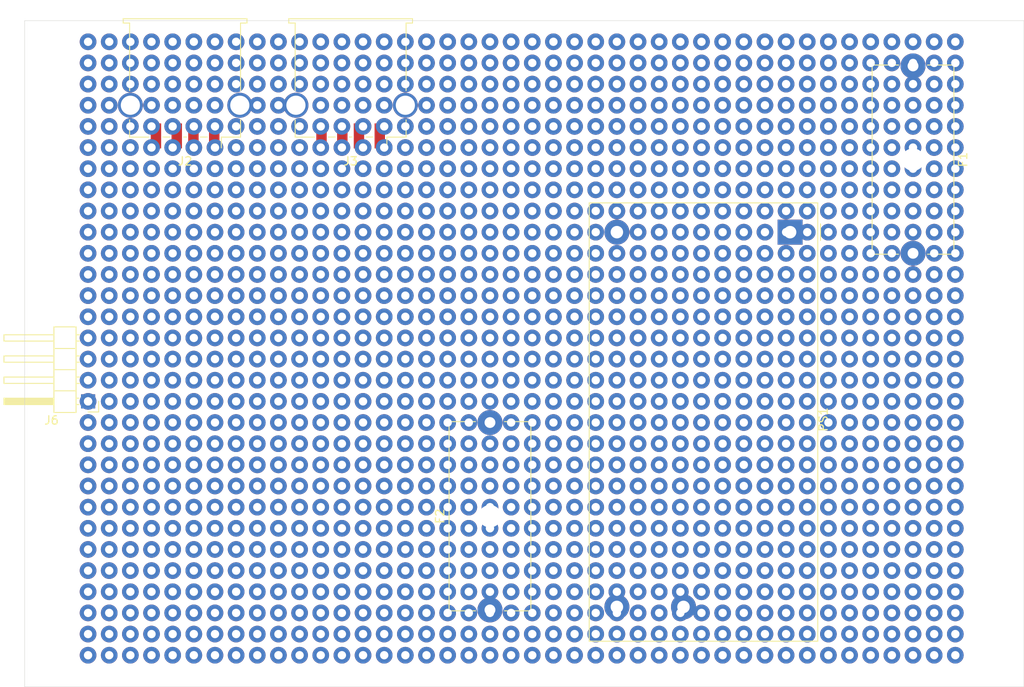
<source format=kicad_pcb>
(kicad_pcb (version 20240108) (generator "pcbnew") (generator_version "8.0")
  (layers (0 "F.Cu" signal) (31 "B.Cu" signal) (34 "B.Paste" user) (35 "F.Paste" user) (36 "B.SilkS" user "B.Silkscreen") (37 "F.SilkS" user "F.Silkscreen") (38 "B.Mask" user) (39 "F.Mask" user) (44 "Edge.Cuts" user))
  (net 0 "")
  (net 4 "Net-(PS1-AC{slash}L)")
  (net 5 "Net-(J1-Pin_1)")
  (net 9 "Net-(J2-VBUS)")
  (net 10 "Net-(J2-GND)")
  (net 11 "Net-(PS1-+Vo)")
  (net 12 "/SDA")
  (net 13 "/SCL")
  (net 14 "Net-(J1-Pin_2)")
  (footprint "Connector_PinHeader_2.54mm:PinHeader_1x04_P2.54mm_Horizontal" (layer "F.Cu") (at 100.62 113.72 180)
    (property "Reference" "J6" (at 4.385 -2.27 180) (layer "F.SilkS"))
    (property "Value" "Conn_01x04")
    (pad "1" thru_hole rect (at 0 0 180) (size 1.7 1.7) (drill 1) (layers "*.Cu" "*.Mask") (net 13 "/SCL"))
    (pad "2" thru_hole oval (at 0 2.54 180) (size 1.7 1.7) (drill 1) (layers "*.Cu" "*.Mask") (net 9 "Net-(J2-VBUS)"))
    (pad "3" thru_hole oval (at 0 5.08 180) (size 1.7 1.7) (drill 1) (layers "*.Cu" "*.Mask") (net 10 "Net-(J2-GND)"))
    (pad "4" thru_hole oval (at 0 7.62 180) (size 1.7 1.7) (drill 1) (layers "*.Cu" "*.Mask") (net 12 "/SDA"))
  )
  (footprint "Connector_USB:USB_A_TE_292303-7_Horizontal" (layer "F.Cu") (at 132.15 75.46 180)
    (property "Reference" "J3" (at 0 -9.42 180) (layer "F.SilkS"))
    (property "Value" "USB_A")
    (pad "1" smd rect (at -3.5 -6.38 180) (size 1.25 3) (layers "F.Cu" "F.Paste" "F.Mask") (net 9 "Net-(J2-VBUS)"))
    (pad "2" smd rect (at -1 -6.38 180) (size 1.25 3) (layers "F.Cu" "F.Paste" "F.Mask"))
    (pad "3" smd rect (at 1 -6.38 180) (size 1.25 3) (layers "F.Cu" "F.Paste" "F.Mask"))
    (pad "4" smd rect (at 3.5 -6.38 180) (size 1.25 3) (layers "F.Cu" "F.Paste" "F.Mask") (net 10 "Net-(J2-GND)"))
    (pad "5" thru_hole circle (at -6.57 -2.7 180) (size 3 3) (drill 2.3) (layers "*.Cu" "*.Mask"))
    (pad "5" thru_hole circle (at 6.57 -2.7 180) (size 3 3) (drill 2.3) (layers "*.Cu" "*.Mask"))
  )
  (footprint "Fuse:Fuseholder_Cylinder-5x20mm_Schurter_0031_8201_Horizontal_Open" (layer "F.Cu") (at 148.88 138.76 90)
    (property "Reference" "F2" (at 11.25 -6 270) (layer "F.SilkS"))
    (property "Value" "Fuse")
    (pad "" np_thru_hole circle (at 11.25 0 90) (size 2.7 2.7) (drill 2.7) (layers "*.Cu" "*.Mask"))
    (pad "1" thru_hole circle (at 0 0 90) (size 3 3) (drill 1.3) (layers "*.Cu" "*.Mask") (net 11 "Net-(PS1-+Vo)"))
    (pad "2" thru_hole circle (at 22.5 0 90) (size 3 3) (drill 1.3) (layers "*.Cu" "*.Mask") (net 9 "Net-(J2-VBUS)"))
  )
  (footprint "Connector_USB:USB_A_TE_292303-7_Horizontal" (layer "F.Cu") (at 112.27 75.46 180)
    (property "Reference" "J2" (at 0 -9.42 180) (layer "F.SilkS"))
    (property "Value" "USB_A")
    (pad "1" smd rect (at -3.5 -6.38 180) (size 1.25 3) (layers "F.Cu" "F.Paste" "F.Mask") (net 9 "Net-(J2-VBUS)"))
    (pad "2" smd rect (at -1 -6.38 180) (size 1.25 3) (layers "F.Cu" "F.Paste" "F.Mask"))
    (pad "3" smd rect (at 1 -6.38 180) (size 1.25 3) (layers "F.Cu" "F.Paste" "F.Mask"))
    (pad "4" smd rect (at 3.5 -6.38 180) (size 1.25 3) (layers "F.Cu" "F.Paste" "F.Mask") (net 10 "Net-(J2-GND)"))
    (pad "5" thru_hole circle (at -6.57 -2.7 180) (size 3 3) (drill 2.3) (layers "*.Cu" "*.Mask"))
    (pad "5" thru_hole circle (at 6.57 -2.7 180) (size 3 3) (drill 2.3) (layers "*.Cu" "*.Mask"))
  )
  (footprint "Fuse:Fuseholder_Cylinder-5x20mm_Schurter_0031_8201_Horizontal_Open" (layer "F.Cu") (at 199.68 73.44 -90)
    (property "Reference" "F1" (at 11.25 -6 90) (layer "F.SilkS"))
    (property "Value" "Fuse")
    (pad "" np_thru_hole circle (at 11.25 0 270) (size 2.7 2.7) (drill 2.7) (layers "*.Cu" "*.Mask"))
    (pad "1" thru_hole circle (at 0 0 270) (size 3 3) (drill 1.3) (layers "*.Cu" "*.Mask") (net 5 "Net-(J1-Pin_1)"))
    (pad "2" thru_hole circle (at 22.5 0 270) (size 3 3) (drill 1.3) (layers "*.Cu" "*.Mask") (net 4 "Net-(PS1-AC{slash}L)"))
  )
  (footprint "Converter_ACDC:Converter_ACDC_MeanWell_IRM-20-xx_THT" (layer "F.Cu") (at 184.92 93.4 -90)
    (property "Reference" "PS1" (at 22.5 -4 90) (layer "F.SilkS"))
    (property "Value" "IRM-20-5")
    (pad "1" thru_hole rect (at 0 0 270) (size 3 3) (drill 1.5) (layers "*.Cu" "*.Mask") (net 4 "Net-(PS1-AC{slash}L)"))
    (pad "2" thru_hole circle (at 0 20.8 270) (size 3 3) (drill 1.5) (layers "*.Cu" "*.Mask") (net 14 "Net-(J1-Pin_2)"))
    (pad "3" thru_hole circle (at 45 20.8 270) (size 3 3) (drill 1.5) (layers "*.Cu" "*.Mask") (net 10 "Net-(J2-GND)"))
    (pad "4" thru_hole circle (at 45 12.8 270) (size 3 3) (drill 1.5) (layers "*.Cu" "*.Mask") (net 11 "Net-(PS1-+Vo)"))
  )
  (gr_rect (start 93 68) (end 213 148) (stroke (width 0.05)) (fill none) (layer "Edge.Cuts"))
  (via (at 176.82 141.66) (size 2) (drill 1) (layers "F.Cu" "B.Cu") (net 0))
  (via (at 189.52 83.24) (size 2) (drill 1) (layers "F.Cu" "B.Cu") (net 0))
  (via (at 143.8 123.88) (size 2) (drill 1) (layers "F.Cu" "B.Cu") (net 0))
  (via (at 164.12 85.78) (size 2) (drill 1) (layers "F.Cu" "B.Cu") (net 0))
  (via (at 143.8 136.58) (size 2) (drill 1) (layers "F.Cu" "B.Cu") (net 0))
  (via (at 108.24 121.34) (size 2) (drill 1) (layers "F.Cu" "B.Cu") (net 0))
  (via (at 184.44 136.58) (size 2) (drill 1) (layers "F.Cu" "B.Cu") (net 0))
  (via (at 189.52 128.96) (size 2) (drill 1) (layers "F.Cu" "B.Cu") (net 0))
  (via (at 148.88 111.18) (size 2) (drill 1) (layers "F.Cu" "B.Cu") (net 0))
  (via (at 113.32 83.24) (size 2) (drill 1) (layers "F.Cu" "B.Cu") (net 0))
  (via (at 146.34 121.34) (size 2) (drill 1) (layers "F.Cu" "B.Cu") (net 0))
  (via (at 100.62 78.16) (size 2) (drill 1) (layers "F.Cu" "B.Cu") (net 0))
  (via (at 174.28 111.18) (size 2) (drill 1) (layers "F.Cu" "B.Cu") (net 0))
  (via (at 118.4 128.96) (size 2) (drill 1) (layers "F.Cu" "B.Cu") (net 0))
  (via (at 161.58 108.64) (size 2) (drill 1) (layers "F.Cu" "B.Cu") (net 0))
  (via (at 103.16 83.24) (size 2) (drill 1) (layers "F.Cu" "B.Cu") (net 0))
  (via (at 123.48 106.1) (size 2) (drill 1) (layers "F.Cu" "B.Cu") (net 0))
  (via (at 151.42 80.7) (size 2) (drill 1) (layers "F.Cu" "B.Cu") (net 0))
  (via (at 128.56 116.26) (size 2) (drill 1) (layers "F.Cu" "B.Cu") (net 0))
  (via (at 151.42 83.24) (size 2) (drill 1) (layers "F.Cu" "B.Cu") (net 0))
  (via (at 146.34 141.66) (size 2) (drill 1) (layers "F.Cu" "B.Cu") (net 0))
  (via (at 126.02 85.78) (size 2) (drill 1) (layers "F.Cu" "B.Cu") (net 0))
  (via (at 136.18 80.7) (size 2) (drill 1) (layers "F.Cu" "B.Cu") (net 0))
  (via (at 103.16 118.8) (size 2) (drill 1) (layers "F.Cu" "B.Cu") (net 0))
  (via (at 143.8 111.18) (size 2) (drill 1) (layers "F.Cu" "B.Cu") (net 0))
  (via (at 169.2 85.78) (size 2) (drill 1) (layers "F.Cu" "B.Cu") (net 0))
  (via (at 123.48 78.16) (size 2) (drill 1) (layers "F.Cu" "B.Cu") (net 0))
  (via (at 194.6 90.86) (size 2) (drill 1) (layers "F.Cu" "B.Cu") (net 0))
  (via (at 174.28 123.88) (size 2) (drill 1) (layers "F.Cu" "B.Cu") (net 0))
  (via (at 186.98 80.7) (size 2) (drill 1) (layers "F.Cu" "B.Cu") (net 0))
  (via (at 131.1 128.96) (size 2) (drill 1) (layers "F.Cu" "B.Cu") (net 0))
  (via (at 118.4 78.16) (size 2) (drill 1) (layers "F.Cu" "B.Cu") (net 0))
  (via (at 153.96 141.66) (size 2) (drill 1) (layers "F.Cu" "B.Cu") (net 0))
  (via (at 156.5 70.54) (size 2) (drill 1) (layers "F.Cu" "B.Cu") (net 0))
  (via (at 133.64 136.58) (size 2) (drill 1) (layers "F.Cu" "B.Cu") (net 0))
  (via (at 164.12 106.1) (size 2) (drill 1) (layers "F.Cu" "B.Cu") (net 0))
  (via (at 113.32 128.96) (size 2) (drill 1) (layers "F.Cu" "B.Cu") (net 0))
  (via (at 115.86 106.1) (size 2) (drill 1) (layers "F.Cu" "B.Cu") (net 0))
  (via (at 192.06 80.7) (size 2) (drill 1) (layers "F.Cu" "B.Cu") (net 0))
  (via (at 123.48 101.02) (size 2) (drill 1) (layers "F.Cu" "B.Cu") (net 0))
  (via (at 141.26 128.96) (size 2) (drill 1) (layers "F.Cu" "B.Cu") (net 0))
  (via (at 164.12 134.04) (size 2) (drill 1) (layers "F.Cu" "B.Cu") (net 0))
  (via (at 166.66 90.86) (size 2) (drill 1) (layers "F.Cu" "B.Cu") (net 0))
  (via (at 108.24 116.26) (size 2) (drill 1) (layers "F.Cu" "B.Cu") (net 0))
  (via (at 141.26 121.34) (size 2) (drill 1) (layers "F.Cu" "B.Cu") (net 0))
  (via (at 141.26 139.12) (size 2) (drill 1) (layers "F.Cu" "B.Cu") (net 0))
  (via (at 113.32 134.04) (size 2) (drill 1) (layers "F.Cu" "B.Cu") (net 0))
  (via (at 156.5 103.56) (size 2) (drill 1) (layers "F.Cu" "B.Cu") (net 0))
  (via (at 189.52 106.1) (size 2) (drill 1) (layers "F.Cu" "B.Cu") (net 0))
  (via (at 151.42 134.04) (size 2) (drill 1) (layers "F.Cu" "B.Cu") (net 0))
  (via (at 166.66 131.5) (size 2) (drill 1) (layers "F.Cu" "B.Cu") (net 0))
  (via (at 161.58 88.32) (size 2) (drill 1) (layers "F.Cu" "B.Cu") (net 0))
  (via (at 184.44 131.5) (size 2) (drill 1) (layers "F.Cu" "B.Cu") (net 0))
  (via (at 199.68 98.48) (size 2) (drill 1) (layers "F.Cu" "B.Cu") (net 0))
  (via (at 184.44 101.02) (size 2) (drill 1) (layers "F.Cu" "B.Cu") (net 0))
  (via (at 123.48 108.64) (size 2) (drill 1) (layers "F.Cu" "B.Cu") (net 0))
  (via (at 118.4 131.5) (size 2) (drill 1) (layers "F.Cu" "B.Cu") (net 0))
  (via (at 189.52 139.12) (size 2) (drill 1) (layers "F.Cu" "B.Cu") (net 0))
  (via (at 110.78 101.02) (size 2) (drill 1) (layers "F.Cu" "B.Cu") (net 0))
  (via (at 159.04 118.8) (size 2) (drill 1) (layers "F.Cu" "B.Cu") (net 0))
  (via (at 181.9 139.12) (size 2) (drill 1) (layers "F.Cu" "B.Cu") (net 0))
  (via (at 189.52 126.42) (size 2) (drill 1) (layers "F.Cu" "B.Cu") (net 0))
  (via (at 166.66 121.34) (size 2) (drill 1) (layers "F.Cu" "B.Cu") (net 0))
  (via (at 136.18 103.56) (size 2) (drill 1) (layers "F.Cu" "B.Cu") (net 0))
  (via (at 128.56 90.86) (size 2) (drill 1) (layers "F.Cu" "B.Cu") (net 0))
  (via (at 186.98 90.86) (size 2) (drill 1) (layers "F.Cu" "B.Cu") (net 0))
  (via (at 110.78 121.34) (size 2) (drill 1) (layers "F.Cu" "B.Cu") (net 0))
  (via (at 179.36 108.64) (size 2) (drill 1) (layers "F.Cu" "B.Cu") (net 0))
  (via (at 156.5 78.16) (size 2) (drill 1) (layers "F.Cu" "B.Cu") (net 0))
  (via (at 194.6 121.34) (size 2) (drill 1) (layers "F.Cu" "B.Cu") (net 0))
  (via (at 159.04 80.7) (size 2) (drill 1) (layers "F.Cu" "B.Cu") (net 0))
  (via (at 136.18 88.32) (size 2) (drill 1) (layers "F.Cu" "B.Cu") (net 0))
  (via (at 174.28 73.08) (size 2) (drill 1) (layers "F.Cu" "B.Cu") (net 0))
  (via (at 194.6 128.96) (size 2) (drill 1) (layers "F.Cu" "B.Cu") (net 0))
  (via (at 128.56 118.8) (size 2) (drill 1) (layers "F.Cu" "B.Cu") (net 0))
  (via (at 161.58 141.66) (size 2) (drill 1) (layers "F.Cu" "B.Cu") (net 0))
  (via (at 179.36 139.12) (size 2) (drill 1) (layers "F.Cu" "B.Cu") (net 0))
  (via (at 151.42 73.08) (size 2) (drill 1) (layers "F.Cu" "B.Cu") (net 0))
  (via (at 136.18 93.4) (size 2) (drill 1) (layers "F.Cu" "B.Cu") (net 0))
  (via (at 192.06 75.62) (size 2) (drill 1) (layers "F.Cu" "B.Cu") (net 0))
  (via (at 156.5 111.18) (size 2) (drill 1) (layers "F.Cu" "B.Cu") (net 0))
  (via (at 197.14 118.8) (size 2) (drill 1) (layers "F.Cu" "B.Cu") (net 0))
  (via (at 103.16 95.94) (size 2) (drill 1) (layers "F.Cu" "B.Cu") (net 0))
  (via (at 148.88 78.16) (size 2) (drill 1) (layers "F.Cu" "B.Cu") (net 0))
  (via (at 194.6 70.54) (size 2) (drill 1) (layers "F.Cu" "B.Cu") (net 0))
  (via (at 194.6 123.88) (size 2) (drill 1) (layers "F.Cu" "B.Cu") (net 0))
  (via (at 161.58 95.94) (size 2) (drill 1) (layers "F.Cu" "B.Cu") (net 0))
  (via (at 166.66 93.4) (size 2) (drill 1) (layers "F.Cu" "B.Cu") (net 0))
  (via (at 159.04 108.64) (size 2) (drill 1) (layers "F.Cu" "B.Cu") (net 0))
  (via (at 204.76 101.02) (size 2) (drill 1) (layers "F.Cu" "B.Cu") (net 0))
  (via (at 120.94 134.04) (size 2) (drill 1) (layers "F.Cu" "B.Cu") (net 0))
  (via (at 143.8 103.56) (size 2) (drill 1) (layers "F.Cu" "B.Cu") (net 0))
  (via (at 136.18 123.88) (size 2) (drill 1) (layers "F.Cu" "B.Cu") (net 0))
  (via (at 199.68 80.7) (size 2) (drill 1) (layers "F.Cu" "B.Cu") (net 0))
  (via (at 194.6 131.5) (size 2) (drill 1) (layers "F.Cu" "B.Cu") (net 0))
  (via (at 131.1 73.08) (size 2) (drill 1) (layers "F.Cu" "B.Cu") (net 0))
  (via (at 199.68 75.62) (size 2) (drill 1) (layers "F.Cu" "B.Cu") (net 0))
  (via (at 197.14 123.88) (size 2) (drill 1) (layers "F.Cu" "B.Cu") (net 0))
  (via (at 133.64 85.78) (size 2) (drill 1) (layers "F.Cu" "B.Cu") (net 0))
  (via (at 108.24 93.4) (size 2) (drill 1) (layers "F.Cu" "B.Cu") (net 0))
  (via (at 186.98 123.88) (size 2) (drill 1) (layers "F.Cu" "B.Cu") (net 0))
  (via (at 103.16 136.58) (size 2) (drill 1) (layers "F.Cu" "B.Cu") (net 0))
  (via (at 138.72 113.72) (size 2) (drill 1) (layers "F.Cu" "B.Cu") (net 0))
  (via (at 118.4 121.34) (size 2) (drill 1) (layers "F.Cu" "B.Cu") (net 0))
  (via (at 159.04 113.72) (size 2) (drill 1) (layers "F.Cu" "B.Cu") (net 0))
  (via (at 176.82 128.96) (size 2) (drill 1) (layers "F.Cu" "B.Cu") (net 0))
  (via (at 192.06 113.72) (size 2) (drill 1) (layers "F.Cu" "B.Cu") (net 0))
  (via (at 174.28 85.78) (size 2) (drill 1) (layers "F.Cu" "B.Cu") (net 0))
  (via (at 115.86 123.88) (size 2) (drill 1) (layers "F.Cu" "B.Cu") (net 0))
  (via (at 115.86 73.08) (size 2) (drill 1) (layers "F.Cu" "B.Cu") (net 0))
  (via (at 108.24 85.78) (size 2) (drill 1) (layers "F.Cu" "B.Cu") (net 0))
  (via (at 123.48 98.48) (size 2) (drill 1) (layers "F.Cu" "B.Cu") (net 0))
  (via (at 128.56 101.02) (size 2) (drill 1) (layers "F.Cu" "B.Cu") (net 0))
  (via (at 174.28 106.1) (size 2) (drill 1) (layers "F.Cu" "B.Cu") (net 0))
  (via (at 194.6 113.72) (size 2) (drill 1) (layers "F.Cu" "B.Cu") (net 0))
  (via (at 138.72 118.8) (size 2) (drill 1) (layers "F.Cu" "B.Cu") (net 0))
  (via (at 138.72 80.7) (size 2) (drill 1) (layers "F.Cu" "B.Cu") (net 0))
  (via (at 146.34 118.8) (size 2) (drill 1) (layers "F.Cu" "B.Cu") (net 0))
  (via (at 176.82 73.08) (size 2) (drill 1) (layers "F.Cu" "B.Cu") (net 0))
  (via (at 176.82 108.64) (size 2) (drill 1) (layers "F.Cu" "B.Cu") (net 0))
  (via (at 103.16 131.5) (size 2) (drill 1) (layers "F.Cu" "B.Cu") (net 0))
  (via (at 123.48 118.8) (size 2) (drill 1) (layers "F.Cu" "B.Cu") (net 0))
  (via (at 171.74 121.34) (size 2) (drill 1) (layers "F.Cu" "B.Cu") (net 0))
  (via (at 164.12 111.18) (size 2) (drill 1) (layers "F.Cu" "B.Cu") (net 0))
  (via (at 128.56 70.54) (size 2) (drill 1) (layers "F.Cu" "B.Cu") (net 0))
  (via (at 151.42 136.58) (size 2) (drill 1) (layers "F.Cu" "B.Cu") (net 0))
  (via (at 151.42 126.42) (size 2) (drill 1) (layers "F.Cu" "B.Cu") (net 0))
  (via (at 141.26 123.88) (size 2) (drill 1) (layers "F.Cu" "B.Cu") (net 0))
  (via (at 171.74 113.72) (size 2) (drill 1) (layers "F.Cu" "B.Cu") (net 0))
  (via (at 169.2 136.58) (size 2) (drill 1) (layers "F.Cu" "B.Cu") (net 0))
  (via (at 166.66 98.48) (size 2) (drill 1) (layers "F.Cu" "B.Cu") (net 0))
  (via (at 192.06 123.88) (size 2) (drill 1) (layers "F.Cu" "B.Cu") (net 0))
  (via (at 120.94 136.58) (size 2) (drill 1) (layers "F.Cu" "B.Cu") (net 0))
  (via (at 143.8 98.48) (size 2) (drill 1) (layers "F.Cu" "B.Cu") (net 0))
  (via (at 171.74 128.96) (size 2) (drill 1) (layers "F.Cu" "B.Cu") (net 0))
  (via (at 169.2 98.48) (size 2) (drill 1) (layers "F.Cu" "B.Cu") (net 0))
  (via (at 174.28 88.32) (size 2) (drill 1) (layers "F.Cu" "B.Cu") (net 0))
  (via (at 197.14 111.18) (size 2) (drill 1) (layers "F.Cu" "B.Cu") (net 0))
  (via (at 184.44 75.62) (size 2) (drill 1) (layers "F.Cu" "B.Cu") (net 0))
  (via (at 148.88 144.2) (size 2) (drill 1) (layers "F.Cu" "B.Cu") (net 0))
  (via (at 174.28 70.54) (size 2) (drill 1) (layers "F.Cu" "B.Cu") (net 0))
  (via (at 197.14 80.7) (size 2) (drill 1) (layers "F.Cu" "B.Cu") (net 0))
  (via (at 184.44 111.18) (size 2) (drill 1) (layers "F.Cu" "B.Cu") (net 0))
  (via (at 186.98 70.54) (size 2) (drill 1) (layers "F.Cu" "B.Cu") (net 0))
  (via (at 126.02 128.96) (size 2) (drill 1) (layers "F.Cu" "B.Cu") (net 0))
  (via (at 176.82 139.12) (size 2) (drill 1) (layers "F.Cu" "B.Cu") (net 0))
  (via (at 181.9 95.94) (size 2) (drill 1) (layers "F.Cu" "B.Cu") (net 0))
  (via (at 138.72 95.94) (size 2) (drill 1) (layers "F.Cu" "B.Cu") (net 0))
  (via (at 194.6 83.24) (size 2) (drill 1) (layers "F.Cu" "B.Cu") (net 0))
  (via (at 118.4 83.24) (size 2) (drill 1) (layers "F.Cu" "B.Cu") (net 0))
  (via (at 159.04 78.16) (size 2) (drill 1) (layers "F.Cu" "B.Cu") (net 0))
  (via (at 108.24 80.7) (size 2) (drill 1) (layers "F.Cu" "B.Cu") (net 0))
  (via (at 159.04 136.58) (size 2) (drill 1) (layers "F.Cu" "B.Cu") (net 0))
  (via (at 143.8 73.08) (size 2) (drill 1) (layers "F.Cu" "B.Cu") (net 0))
  (via (at 133.64 101.02) (size 2) (drill 1) (layers "F.Cu" "B.Cu") (net 0))
  (via (at 186.98 118.8) (size 2) (drill 1) (layers "F.Cu" "B.Cu") (net 0))
  (via (at 192.06 139.12) (size 2) (drill 1) (layers "F.Cu" "B.Cu") (net 0))
  (via (at 186.98 126.42) (size 2) (drill 1) (layers "F.Cu" "B.Cu") (net 0))
  (via (at 179.36 113.72) (size 2) (drill 1) (layers "F.Cu" "B.Cu") (net 0))
  (via (at 199.68 131.5) (size 2) (drill 1) (layers "F.Cu" "B.Cu") (net 0))
  (via (at 115.86 83.24) (size 2) (drill 1) (layers "F.Cu" "B.Cu") (net 0))
  (via (at 146.34 85.78) (size 2) (drill 1) (layers "F.Cu" "B.Cu") (net 0))
  (via (at 164.12 141.66) (size 2) (drill 1) (layers "F.Cu" "B.Cu") (net 0))
  (via (at 108.24 141.66) (size 2) (drill 1) (layers "F.Cu" "B.Cu") (net 0))
  (via (at 100.62 131.5) (size 2) (drill 1) (layers "F.Cu" "B.Cu") (net 0))
  (via (at 194.6 141.66) (size 2) (drill 1) (layers "F.Cu" "B.Cu") (net 0))
  (via (at 133.64 131.5) (size 2) (drill 1) (layers "F.Cu" "B.Cu") (net 0))
  (via (at 181.9 123.88) (size 2) (drill 1) (layers "F.Cu" "B.Cu") (net 0))
  (via (at 202.22 108.64) (size 2) (drill 1) (layers "F.Cu" "B.Cu") (net 0))
  (via (at 133.64 141.66) (size 2) (drill 1) (layers "F.Cu" "B.Cu") (net 0))
  (via (at 199.68 123.88) (size 2) (drill 1) (layers "F.Cu" "B.Cu") (net 0))
  (via (at 192.06 73.08) (size 2) (drill 1) (layers "F.Cu" "B.Cu") (net 0))
  (via (at 113.32 139.12) (size 2) (drill 1) (layers "F.Cu" "B.Cu") (net 0))
  (via (at 126.02 103.56) (size 2) (drill 1) (layers "F.Cu" "B.Cu") (net 0))
  (via (at 128.56 80.7) (size 2) (drill 1) (layers "F.Cu" "B.Cu") (net 0))
  (via (at 108.24 131.5) (size 2) (drill 1) (layers "F.Cu" "B.Cu") (net 0))
  (via (at 118.4 80.7) (size 2) (drill 1) (layers "F.Cu" "B.Cu") (net 0))
  (via (at 143.8 118.8) (size 2) (drill 1) (layers "F.Cu" "B.Cu") (net 0))
  (via (at 197.14 88.32) (size 2) (drill 1) (layers "F.Cu" "B.Cu") (net 0))
  (via (at 202.22 128.96) (size 2) (drill 1) (layers "F.Cu" "B.Cu") (net 0))
  (via (at 169.2 106.1) (size 2) (drill 1) (layers "F.Cu" "B.Cu") (net 0))
  (via (at 199.68 78.16) (size 2) (drill 1) (layers "F.Cu" "B.Cu") (net 0))
  (via (at 118.4 116.26) (size 2) (drill 1) (layers "F.Cu" "B.Cu") (net 0))
  (via (at 153.96 126.42) (size 2) (drill 1) (layers "F.Cu" "B.Cu") (net 0))
  (via (at 197.14 106.1) (size 2) (drill 1) (layers "F.Cu" "B.Cu") (net 0))
  (via (at 120.94 88.32) (size 2) (drill 1) (layers "F.Cu" "B.Cu") (net 0))
  (via (at 146.34 139.12) (size 2) (drill 1) (layers "F.Cu" "B.Cu") (net 0))
  (via (at 184.44 141.66) (size 2) (drill 1) (layers "F.Cu" "B.Cu") (net 0))
  (via (at 113.32 123.88) (size 2) (drill 1) (layers "F.Cu" "B.Cu") (net 0))
  (via (at 105.7 136.58) (size 2) (drill 1) (layers "F.Cu" "B.Cu") (net 0))
  (via (at 176.82 78.16) (size 2) (drill 1) (layers "F.Cu" "B.Cu") (net 0))
  (via (at 159.04 141.66) (size 2) (drill 1) (layers "F.Cu" "B.Cu") (net 0))
  (via (at 126.02 134.04) (size 2) (drill 1) (layers "F.Cu" "B.Cu") (net 0))
  (via (at 143.8 78.16) (size 2) (drill 1) (layers "F.Cu" "B.Cu") (net 0))
  (via (at 143.8 106.1) (size 2) (drill 1) (layers "F.Cu" "B.Cu") (net 0))
  (via (at 156.5 123.88) (size 2) (drill 1) (layers "F.Cu" "B.Cu") (net 0))
  (via (at 164.12 73.08) (size 2) (drill 1) (layers "F.Cu" "B.Cu") (net 0))
  (via (at 159.04 123.88) (size 2) (drill 1) (layers "F.Cu" "B.Cu") (net 0))
  (via (at 156.5 98.48) (size 2) (drill 1) (layers "F.Cu" "B.Cu") (net 0))
  (via (at 194.6 139.12) (size 2) (drill 1) (layers "F.Cu" "B.Cu") (net 0))
  (via (at 202.22 70.54) (size 2) (drill 1) (layers "F.Cu" "B.Cu") (net 0))
  (via (at 204.76 98.48) (size 2) (drill 1) (layers "F.Cu" "B.Cu") (net 0))
  (via (at 184.44 90.86) (size 2) (drill 1) (layers "F.Cu" "B.Cu") (net 0))
  (via (at 184.44 80.7) (size 2) (drill 1) (layers "F.Cu" "B.Cu") (net 0))
  (via (at 148.88 141.66) (size 2) (drill 1) (layers "F.Cu" "B.Cu") (net 0))
  (via (at 110.78 118.8) (size 2) (drill 1) (layers "F.Cu" "B.Cu") (net 0))
  (via (at 153.96 121.34) (size 2) (drill 1) (layers "F.Cu" "B.Cu") (net 0))
  (via (at 141.26 73.08) (size 2) (drill 1) (layers "F.Cu" "B.Cu") (net 0))
  (via (at 151.42 98.48) (size 2) (drill 1) (layers "F.Cu" "B.Cu") (net 0))
  (via (at 131.1 95.94) (size 2) (drill 1) (layers "F.Cu" "B.Cu") (net 0))
  (via (at 128.56 113.72) (size 2) (drill 1) (layers "F.Cu" "B.Cu") (net 0))
  (via (at 179.36 70.54) (size 2) (drill 1) (layers "F.Cu" "B.Cu") (net 0))
  (via (at 108.24 113.72) (size 2) (drill 1) (layers "F.Cu" "B.Cu") (net 0))
  (via (at 151.42 108.64) (size 2) (drill 1) (layers "F.Cu" "B.Cu") (net 0))
  (via (at 192.06 106.1) (size 2) (drill 1) (layers "F.Cu" "B.Cu") (net 0))
  (via (at 181.9 106.1) (size 2) (drill 1) (layers "F.Cu" "B.Cu") (net 0))
  (via (at 141.26 144.2) (size 2) (drill 1) (layers "F.Cu" "B.Cu") (net 0))
  (via (at 100.62 123.88) (size 2) (drill 1) (layers "F.Cu" "B.Cu") (net 0))
  (via (at 166.66 80.7) (size 2) (drill 1) (layers "F.Cu" "B.Cu") (net 0))
  (via (at 164.12 95.94) (size 2) (drill 1) (layers "F.Cu" "B.Cu") (net 0))
  (via (at 166.66 73.08) (size 2) (drill 1) (layers "F.Cu" "B.Cu") (net 0))
  (via (at 199.68 93.4) (size 2) (drill 1) (layers "F.Cu" "B.Cu") (net 0))
  (via (at 159.04 85.78) (size 2) (drill 1) (layers "F.Cu" "B.Cu") (net 0))
  (via (at 110.78 141.66) (size 2) (drill 1) (layers "F.Cu" "B.Cu") (net 0))
  (via (at 126.02 108.64) (size 2) (drill 1) (layers "F.Cu" "B.Cu") (net 0))
  (via (at 161.58 98.48) (size 2) (drill 1) (layers "F.Cu" "B.Cu") (net 0))
  (via (at 123.48 128.96) (size 2) (drill 1) (layers "F.Cu" "B.Cu") (net 0))
  (via (at 199.68 70.54) (size 2) (drill 1) (layers "F.Cu" "B.Cu") (net 0))
  (via (at 153.96 73.08) (size 2) (drill 1) (layers "F.Cu" "B.Cu") (net 0))
  (via (at 181.9 108.64) (size 2) (drill 1) (layers "F.Cu" "B.Cu") (net 0))
  (via (at 197.14 83.24) (size 2) (drill 1) (layers "F.Cu" "B.Cu") (net 0))
  (via (at 115.86 134.04) (size 2) (drill 1) (layers "F.Cu" "B.Cu") (net 0))
  (via (at 197.14 113.72) (size 2) (drill 1) (layers "F.Cu" "B.Cu") (net 0))
  (via (at 171.74 134.04) (size 2) (drill 1) (layers "F.Cu" "B.Cu") (net 0))
  (via (at 108.24 106.1) (size 2) (drill 1) (layers "F.Cu" "B.Cu") (net 0))
  (via (at 113.32 93.4) (size 2) (drill 1) (layers "F.Cu" "B.Cu") (net 0))
  (via (at 171.74 73.08) (size 2) (drill 1) (layers "F.Cu" "B.Cu") (net 0))
  (via (at 118.4 70.54) (size 2) (drill 1) (layers "F.Cu" "B.Cu") (net 0))
  (via (at 123.48 85.78) (size 2) (drill 1) (layers "F.Cu" "B.Cu") (net 0))
  (via (at 169.2 70.54) (size 2) (drill 1) (layers "F.Cu" "B.Cu") (net 0))
  (via (at 133.64 116.26) (size 2) (drill 1) (layers "F.Cu" "B.Cu") (net 0))
  (via (at 118.4 73.08) (size 2) (drill 1) (layers "F.Cu" "B.Cu") (net 0))
  (via (at 118.4 85.78) (size 2) (drill 1) (layers "F.Cu" "B.Cu") (net 0))
  (via (at 194.6 111.18) (size 2) (drill 1) (layers "F.Cu" "B.Cu") (net 0))
  (via (at 138.72 126.42) (size 2) (drill 1) (layers "F.Cu" "B.Cu") (net 0))
  (via (at 186.98 85.78) (size 2) (drill 1) (layers "F.Cu" "B.Cu") (net 0))
  (via (at 189.52 98.48) (size 2) (drill 1) (layers "F.Cu" "B.Cu") (net 0))
  (via (at 166.66 136.58) (size 2) (drill 1) (layers "F.Cu" "B.Cu") (net 0))
  (via (at 128.56 78.16) (size 2) (drill 1) (layers "F.Cu" "B.Cu") (net 0))
  (via (at 189.52 75.62) (size 2) (drill 1) (layers "F.Cu" "B.Cu") (net 0))
  (via (at 204.76 90.86) (size 2) (drill 1) (layers "F.Cu" "B.Cu") (net 0))
  (via (at 110.78 144.2) (size 2) (drill 1) (layers "F.Cu" "B.Cu") (net 0))
  (via (at 113.32 90.86) (size 2) (drill 1) (layers "F.Cu" "B.Cu") (net 0))
  (via (at 194.6 78.16) (size 2) (drill 1) (layers "F.Cu" "B.Cu") (net 0))
  (via (at 105.7 131.5) (size 2) (drill 1) (layers "F.Cu" "B.Cu") (net 0))
  (via (at 176.82 131.5) (size 2) (drill 1) (layers "F.Cu" "B.Cu") (net 0))
  (via (at 169.2 88.32) (size 2) (drill 1) (layers "F.Cu" "B.Cu") (net 0))
  (via (at 176.82 95.94) (size 2) (drill 1) (layers "F.Cu" "B.Cu") (net 0))
  (via (at 166.66 141.66) (size 2) (drill 1) (layers "F.Cu" "B.Cu") (net 0))
  (via (at 105.7 123.88) (size 2) (drill 1) (layers "F.Cu" "B.Cu") (net 0))
  (via (at 108.24 108.64) (size 2) (drill 1) (layers "F.Cu" "B.Cu") (net 0))
  (via (at 189.52 90.86) (size 2) (drill 1) (layers "F.Cu" "B.Cu") (net 0))
  (via (at 202.22 85.78) (size 2) (drill 1) (layers "F.Cu" "B.Cu") (net 0))
  (via (at 153.96 85.78) (size 2) (drill 1) (layers "F.Cu" "B.Cu") (net 0))
  (via (at 176.82 116.26) (size 2) (drill 1) (layers "F.Cu" "B.Cu") (net 0))
  (via (at 171.74 90.86) (size 2) (drill 1) (layers "F.Cu" "B.Cu") (net 0))
  (via (at 105.7 78.16) (size 2) (drill 1) (layers "F.Cu" "B.Cu") (net 0))
  (via (at 204.76 118.8) (size 2) (drill 1) (layers "F.Cu" "B.Cu") (net 0))
  (via (at 186.98 111.18) (size 2) (drill 1) (layers "F.Cu" "B.Cu") (net 0))
  (via (at 143.8 95.94) (size 2) (drill 1) (layers "F.Cu" "B.Cu") (net 0))
  (via (at 156.5 131.5) (size 2) (drill 1) (layers "F.Cu" "B.Cu") (net 0))
  (via (at 133.64 90.86) (size 2) (drill 1) (layers "F.Cu" "B.Cu") (net 0))
  (via (at 146.34 134.04) (size 2) (drill 1) (layers "F.Cu" "B.Cu") (net 0))
  (via (at 192.06 134.04) (size 2) (drill 1) (layers "F.Cu" "B.Cu") (net 0))
  (via (at 118.4 95.94) (size 2) (drill 1) (layers "F.Cu" "B.Cu") (net 0))
  (via (at 108.24 70.54) (size 2) (drill 1) (layers "F.Cu" "B.Cu") (net 0))
  (via (at 128.56 85.78) (size 2) (drill 1) (layers "F.Cu" "B.Cu") (net 0))
  (via (at 136.18 73.08) (size 2) (drill 1) (layers "F.Cu" "B.Cu") (net 0))
  (via (at 161.58 118.8) (size 2) (drill 1) (layers "F.Cu" "B.Cu") (net 0))
  (via (at 115.86 90.86) (size 2) (drill 1) (layers "F.Cu" "B.Cu") (net 0))
  (via (at 194.6 136.58) (size 2) (drill 1) (layers "F.Cu" "B.Cu") (net 0))
  (via (at 110.78 70.54) (size 2) (drill 1) (layers "F.Cu" "B.Cu") (net 0))
  (via (at 159.04 75.62) (size 2) (drill 1) (layers "F.Cu" "B.Cu") (net 0))
  (via (at 128.56 136.58) (size 2) (drill 1) (layers "F.Cu" "B.Cu") (net 0))
  (via (at 169.2 128.96) (size 2) (drill 1) (layers "F.Cu" "B.Cu") (net 0))
  (via (at 146.34 103.56) (size 2) (drill 1) (layers "F.Cu" "B.Cu") (net 0))
  (via (at 179.36 95.94) (size 2) (drill 1) (layers "F.Cu" "B.Cu") (net 0))
  (via (at 181.9 85.78) (size 2) (drill 1) (layers "F.Cu" "B.Cu") (net 0))
  (via (at 204.76 123.88) (size 2) (drill 1) (layers "F.Cu" "B.Cu") (net 0))
  (via (at 100.62 70.54) (size 2) (drill 1) (layers "F.Cu" "B.Cu") (net 0))
  (via (at 153.96 95.94) (size 2) (drill 1) (layers "F.Cu" "B.Cu") (net 0))
  (via (at 159.04 144.2) (size 2) (drill 1) (layers "F.Cu" "B.Cu") (net 0))
  (via (at 153.96 98.48) (size 2) (drill 1) (layers "F.Cu" "B.Cu") (net 0))
  (via (at 186.98 113.72) (size 2) (drill 1) (layers "F.Cu" "B.Cu") (net 0))
  (via (at 128.56 121.34) (size 2) (drill 1) (layers "F.Cu" "B.Cu") (net 0))
  (via (at 131.1 101.02) (size 2) (drill 1) (layers "F.Cu" "B.Cu") (net 0))
  (via (at 161.58 128.96) (size 2) (drill 1) (layers "F.Cu" "B.Cu") (net 0))
  (via (at 148.88 70.54) (size 2) (drill 1) (layers "F.Cu" "B.Cu") (net 0))
  (via (at 128.56 95.94) (size 2) (drill 1) (layers "F.Cu" "B.Cu") (net 0))
  (via (at 156.5 73.08) (size 2) (drill 1) (layers "F.Cu" "B.Cu") (net 0))
  (via (at 113.32 118.8) (size 2) (drill 1) (layers "F.Cu" "B.Cu") (net 0))
  (via (at 202.22 118.8) (size 2) (drill 1) (layers "F.Cu" "B.Cu") (net 0))
  (via (at 192.06 83.24) (size 2) (drill 1) (layers "F.Cu" "B.Cu") (net 0))
  (via (at 120.94 128.96) (size 2) (drill 1) (layers "F.Cu" "B.Cu") (net 0))
  (via (at 103.16 73.08) (size 2) (drill 1) (layers "F.Cu" "B.Cu") (net 0))
  (via (at 202.22 106.1) (size 2) (drill 1) (layers "F.Cu" "B.Cu") (net 0))
  (via (at 156.5 113.72) (size 2) (drill 1) (layers "F.Cu" "B.Cu") (net 0))
  (via (at 169.2 108.64) (size 2) (drill 1) (layers "F.Cu" "B.Cu") (net 0))
  (via (at 199.68 141.66) (size 2) (drill 1) (layers "F.Cu" "B.Cu") (net 0))
  (via (at 133.64 80.7) (size 2) (drill 1) (layers "F.Cu" "B.Cu") (net 0))
  (via (at 118.4 134.04) (size 2) (drill 1) (layers "F.Cu" "B.Cu") (net 0))
  (via (at 143.8 70.54) (size 2) (drill 1) (layers "F.Cu" "B.Cu") (net 0))
  (via (at 192.06 118.8) (size 2) (drill 1) (layers "F.Cu" "B.Cu") (net 0))
  (via (at 186.98 103.56) (size 2) (drill 1) (layers "F.Cu" "B.Cu") (net 0))
  (via (at 202.22 121.34) (size 2) (drill 1) (layers "F.Cu" "B.Cu") (net 0))
  (via (at 176.82 136.58) (size 2) (drill 1) (layers "F.Cu" "B.Cu") (net 0))
  (via (at 108.24 134.04) (size 2) (drill 1) (layers "F.Cu" "B.Cu") (net 0))
  (via (at 120.94 80.7) (size 2) (drill 1) (layers "F.Cu" "B.Cu") (net 0))
  (via (at 103.16 121.34) (size 2) (drill 1) (layers "F.Cu" "B.Cu") (net 0))
  (via (at 176.82 144.2) (size 2) (drill 1) (layers "F.Cu" "B.Cu") (net 0))
  (via (at 131.1 144.2) (size 2) (drill 1) (layers "F.Cu" "B.Cu") (net 0))
  (via (at 171.74 88.32) (size 2) (drill 1) (layers "F.Cu" "B.Cu") (net 0))
  (via (at 156.5 144.2) (size 2) (drill 1) (layers "F.Cu" "B.Cu") (net 0))
  (via (at 141.26 134.04) (size 2) (drill 1) (layers "F.Cu" "B.Cu") (net 0))
  (via (at 174.28 78.16) (size 2) (drill 1) (layers "F.Cu" "B.Cu") (net 0))
  (via (at 186.98 141.66) (size 2) (drill 1) (layers "F.Cu" "B.Cu") (net 0))
  (via (at 100.62 139.12) (size 2) (drill 1) (layers "F.Cu" "B.Cu") (net 0))
  (via (at 184.44 134.04) (size 2) (drill 1) (layers "F.Cu" "B.Cu") (net 0))
  (via (at 146.34 75.62) (size 2) (drill 1) (layers "F.Cu" "B.Cu") (net 0))
  (via (at 179.36 128.96) (size 2) (drill 1) (layers "F.Cu" "B.Cu") (net 0))
  (via (at 115.86 75.62) (size 2) (drill 1) (layers "F.Cu" "B.Cu") (net 0))
  (via (at 202.22 103.56) (size 2) (drill 1) (layers "F.Cu" "B.Cu") (net 0))
  (via (at 189.52 80.7) (size 2) (drill 1) (layers "F.Cu" "B.Cu") (net 0))
  (via (at 138.72 98.48) (size 2) (drill 1) (layers "F.Cu" "B.Cu") (net 0))
  (via (at 148.88 88.32) (size 2) (drill 1) (layers "F.Cu" "B.Cu") (net 0))
  (via (at 118.4 139.12) (size 2) (drill 1) (layers "F.Cu" "B.Cu") (net 0))
  (via (at 171.74 103.56) (size 2) (drill 1) (layers "F.Cu" "B.Cu") (net 0))
  (via (at 174.28 139.12) (size 2) (drill 1) (layers "F.Cu" "B.Cu") (net 0))
  (via (at 164.12 93.4) (size 2) (drill 1) (layers "F.Cu" "B.Cu") (net 0))
  (via (at 204.76 106.1) (size 2) (drill 1) (layers "F.Cu" "B.Cu") (net 0))
  (via (at 197.14 136.58) (size 2) (drill 1) (layers "F.Cu" "B.Cu") (net 0))
  (via (at 166.66 85.78) (size 2) (drill 1) (layers "F.Cu" "B.Cu") (net 0))
  (via (at 151.42 139.12) (size 2) (drill 1) (layers "F.Cu" "B.Cu") (net 0))
  (via (at 159.04 134.04) (size 2) (drill 1) (layers "F.Cu" "B.Cu") (net 0))
  (via (at 148.88 121.34) (size 2) (drill 1) (layers "F.Cu" "B.Cu") (net 0))
  (via (at 118.4 106.1) (size 2) (drill 1) (layers "F.Cu" "B.Cu") (net 0))
  (via (at 128.56 139.12) (size 2) (drill 1) (layers "F.Cu" "B.Cu") (net 0))
  (via (at 159.04 103.56) (size 2) (drill 1) (layers "F.Cu" "B.Cu") (net 0))
  (via (at 141.26 116.26) (size 2) (drill 1) (layers "F.Cu" "B.Cu") (net 0))
  (via (at 146.34 101.02) (size 2) (drill 1) (layers "F.Cu" "B.Cu") (net 0))
  (via (at 113.32 131.5) (size 2) (drill 1) (layers "F.Cu" "B.Cu") (net 0))
  (via (at 113.32 126.42) (size 2) (drill 1) (layers "F.Cu" "B.Cu") (net 0))
  (via (at 184.44 108.64) (size 2) (drill 1) (layers "F.Cu" "B.Cu") (net 0))
  (via (at 204.76 93.4) (size 2) (drill 1) (layers "F.Cu" "B.Cu") (net 0))
  (via (at 189.52 116.26) (size 2) (drill 1) (layers "F.Cu" "B.Cu") (net 0))
  (via (at 192.06 78.16) (size 2) (drill 1) (layers "F.Cu" "B.Cu") (net 0))
  (via (at 159.04 139.12) (size 2) (drill 1) (layers "F.Cu" "B.Cu") (net 0))
  (via (at 151.42 95.94) (size 2) (drill 1) (layers "F.Cu" "B.Cu") (net 0))
  (via (at 179.36 136.58) (size 2) (drill 1) (layers "F.Cu" "B.Cu") (net 0))
  (via (at 174.28 144.2) (size 2) (drill 1) (layers "F.Cu" "B.Cu") (net 0))
  (via (at 184.44 113.72) (size 2) (drill 1) (layers "F.Cu" "B.Cu") (net 0))
  (via (at 169.2 121.34) (size 2) (drill 1) (layers "F.Cu" "B.Cu") (net 0))
  (via (at 202.22 136.58) (size 2) (drill 1) (layers "F.Cu" "B.Cu") (net 0))
  (via (at 174.28 134.04) (size 2) (drill 1) (layers "F.Cu" "B.Cu") (net 0))
  (via (at 181.9 136.58) (size 2) (drill 1) (layers "F.Cu" "B.Cu") (net 0))
  (via (at 146.34 123.88) (size 2) (drill 1) (layers "F.Cu" "B.Cu") (net 0))
  (via (at 113.32 80.7) (size 2) (drill 1) (layers "F.Cu" "B.Cu") (net 0))
  (via (at 194.6 118.8) (size 2) (drill 1) (layers "F.Cu" "B.Cu") (net 0))
  (via (at 123.48 131.5) (size 2) (drill 1) (layers "F.Cu" "B.Cu") (net 0))
  (via (at 181.9 126.42) (size 2) (drill 1) (layers "F.Cu" "B.Cu") (net 0))
  (via (at 103.16 106.1) (size 2) (drill 1) (layers "F.Cu" "B.Cu") (net 0))
  (via (at 186.98 134.04) (size 2) (drill 1) (layers "F.Cu" "B.Cu") (net 0))
  (via (at 159.04 121.34) (size 2) (drill 1) (layers "F.Cu" "B.Cu") (net 0))
  (via (at 100.62 90.86) (size 2) (drill 1) (layers "F.Cu" "B.Cu") (net 0))
  (via (at 105.7 134.04) (size 2) (drill 1) (layers "F.Cu" "B.Cu") (net 0))
  (via (at 143.8 88.32) (size 2) (drill 1) (layers "F.Cu" "B.Cu") (net 0))
  (via (at 141.26 78.16) (size 2) (drill 1) (layers "F.Cu" "B.Cu") (net 0))
  (via (at 179.36 123.88) (size 2) (drill 1) (layers "F.Cu" "B.Cu") (net 0))
  (via (at 184.44 121.34) (size 2) (drill 1) (layers "F.Cu" "B.Cu") (net 0))
  (via (at 126.02 139.12) (size 2) (drill 1) (layers "F.Cu" "B.Cu") (net 0))
  (via (at 179.36 101.02) (size 2) (drill 1) (layers "F.Cu" "B.Cu") (net 0))
  (via (at 141.26 70.54) (size 2) (drill 1) (layers "F.Cu" "B.Cu") (net 0))
  (via (at 131.1 141.66) (size 2) (drill 1) (layers "F.Cu" "B.Cu") (net 0))
  (via (at 123.48 123.88) (size 2) (drill 1) (layers "F.Cu" "B.Cu") (net 0))
  (via (at 120.94 90.86) (size 2) (drill 1) (layers "F.Cu" "B.Cu") (net 0))
  (via (at 189.52 134.04) (size 2) (drill 1) (layers "F.Cu" "B.Cu") (net 0))
  (via (at 156.5 83.24) (size 2) (drill 1) (layers "F.Cu" "B.Cu") (net 0))
  (via (at 118.4 144.2) (size 2) (drill 1) (layers "F.Cu" "B.Cu") (net 0))
  (via (at 100.62 144.2) (size 2) (drill 1) (layers "F.Cu" "B.Cu") (net 0))
  (via (at 202.22 88.32) (size 2) (drill 1) (layers "F.Cu" "B.Cu") (net 0))
  (via (at 138.72 139.12) (size 2) (drill 1) (layers "F.Cu" "B.Cu") (net 0))
  (via (at 156.5 108.64) (size 2) (drill 1) (layers "F.Cu" "B.Cu") (net 0))
  (via (at 105.7 83.24) (size 2) (drill 1) (layers "F.Cu" "B.Cu") (net 0))
  (via (at 186.98 78.16) (size 2) (drill 1) (layers "F.Cu" "B.Cu") (net 0))
  (via (at 194.6 75.62) (size 2) (drill 1) (layers "F.Cu" "B.Cu") (net 0))
  (via (at 141.26 111.18) (size 2) (drill 1) (layers "F.Cu" "B.Cu") (net 0))
  (via (at 128.56 131.5) (size 2) (drill 1) (layers "F.Cu" "B.Cu") (net 0))
  (via (at 164.12 136.58) (size 2) (drill 1) (layers "F.Cu" "B.Cu") (net 0))
  (via (at 189.52 93.4) (size 2) (drill 1) (layers "F.Cu" "B.Cu") (net 0))
  (via (at 123.48 75.62) (size 2) (drill 1) (layers "F.Cu" "B.Cu") (net 0))
  (via (at 136.18 144.2) (size 2) (drill 1) (layers "F.Cu" "B.Cu") (net 0))
  (via (at 156.5 95.94) (size 2) (drill 1) (layers "F.Cu" "B.Cu") (net 0))
  (via (at 204.76 141.66) (size 2) (drill 1) (layers "F.Cu" "B.Cu") (net 0))
  (via (at 181.9 113.72) (size 2) (drill 1) (layers "F.Cu" "B.Cu") (net 0))
  (via (at 141.26 98.48) (size 2) (drill 1) (layers "F.Cu" "B.Cu") (net 0))
  (via (at 131.1 75.62) (size 2) (drill 1) (layers "F.Cu" "B.Cu") (net 0))
  (via (at 120.94 78.16) (size 2) (drill 1) (layers "F.Cu" "B.Cu") (net 0))
  (via (at 110.78 111.18) (size 2) (drill 1) (layers "F.Cu" "B.Cu") (net 0))
  (via (at 123.48 113.72) (size 2) (drill 1) (layers "F.Cu" "B.Cu") (net 0))
  (via (at 204.76 113.72) (size 2) (drill 1) (layers "F.Cu" "B.Cu") (net 0))
  (via (at 161.58 101.02) (size 2) (drill 1) (layers "F.Cu" "B.Cu") (net 0))
  (via (at 133.64 128.96) (size 2) (drill 1) (layers "F.Cu" "B.Cu") (net 0))
  (via (at 194.6 85.78) (size 2) (drill 1) (layers "F.Cu" "B.Cu") (net 0))
  (via (at 151.42 123.88) (size 2) (drill 1) (layers "F.Cu" "B.Cu") (net 0))
  (via (at 138.72 108.64) (size 2) (drill 1) (layers "F.Cu" "B.Cu") (net 0))
  (via (at 166.66 126.42) (size 2) (drill 1) (layers "F.Cu" "B.Cu") (net 0))
  (via (at 166.66 134.04) (size 2) (drill 1) (layers "F.Cu" "B.Cu") (net 0))
  (via (at 133.64 126.42) (size 2) (drill 1) (layers "F.Cu" "B.Cu") (net 0))
  (via (at 110.78 139.12) (size 2) (drill 1) (layers "F.Cu" "B.Cu") (net 0))
  (via (at 148.88 101.02) (size 2) (drill 1) (layers "F.Cu" "B.Cu") (net 0))
  (via (at 100.62 95.94) (size 2) (drill 1) (layers "F.Cu" "B.Cu") (net 0))
  (via (at 131.1 111.18) (size 2) (drill 1) (layers "F.Cu" "B.Cu") (net 0))
  (via (at 194.6 116.26) (size 2) (drill 1) (layers "F.Cu" "B.Cu") (net 0))
  (via (at 143.8 128.96) (size 2) (drill 1) (layers "F.Cu" "B.Cu") (net 0))
  (via (at 199.68 121.34) (size 2) (drill 1) (layers "F.Cu" "B.Cu") (net 0))
  (via (at 166.66 70.54) (size 2) (drill 1) (layers "F.Cu" "B.Cu") (net 0))
  (via (at 113.32 103.56) (size 2) (drill 1) (layers "F.Cu" "B.Cu") (net 0))
  (via (at 143.8 83.24) (size 2) (drill 1) (layers "F.Cu" "B.Cu") (net 0))
  (via (at 161.58 85.78) (size 2) (drill 1) (layers "F.Cu" "B.Cu") (net 0))
  (via (at 189.52 141.66) (size 2) (drill 1) (layers "F.Cu" "B.Cu") (net 0))
  (via (at 192.06 85.78) (size 2) (drill 1) (layers "F.Cu" "B.Cu") (net 0))
  (via (at 108.24 78.16) (size 2) (drill 1) (layers "F.Cu" "B.Cu") (net 0))
  (via (at 164.12 144.2) (size 2) (drill 1) (layers "F.Cu" "B.Cu") (net 0))
  (via (at 126.02 118.8) (size 2) (drill 1) (layers "F.Cu" "B.Cu") (net 0))
  (via (at 186.98 116.26) (size 2) (drill 1) (layers "F.Cu" "B.Cu") (net 0))
  (via (at 141.26 113.72) (size 2) (drill 1) (layers "F.Cu" "B.Cu") (net 0))
  (via (at 156.5 85.78) (size 2) (drill 1) (layers "F.Cu" "B.Cu") (net 0))
  (via (at 143.8 90.86) (size 2) (drill 1) (layers "F.Cu" "B.Cu") (net 0))
  (via (at 202.22 111.18) (size 2) (drill 1) (layers "F.Cu" "B.Cu") (net 0))
  (via (at 146.34 78.16) (size 2) (drill 1) (layers "F.Cu" "B.Cu") (net 0))
  (via (at 133.64 78.16) (size 2) (drill 1) (layers "F.Cu" "B.Cu") (net 0))
  (via (at 197.14 95.94) (size 2) (drill 1) (layers "F.Cu" "B.Cu") (net 0))
  (via (at 202.22 123.88) (size 2) (drill 1) (layers "F.Cu" "B.Cu") (net 0))
  (via (at 113.32 70.54) (size 2) (drill 1) (layers "F.Cu" "B.Cu") (net 0))
  (via (at 148.88 98.48) (size 2) (drill 1) (layers "F.Cu" "B.Cu") (net 0))
  (via (at 181.9 80.7) (size 2) (drill 1) (layers "F.Cu" "B.Cu") (net 0))
  (via (at 113.32 111.18) (size 2) (drill 1) (layers "F.Cu" "B.Cu") (net 0))
  (via (at 189.52 111.18) (size 2) (drill 1) (layers "F.Cu" "B.Cu") (net 0))
  (via (at 100.62 93.4) (size 2) (drill 1) (layers "F.Cu" "B.Cu") (net 0))
  (via (at 131.1 136.58) (size 2) (drill 1) (layers "F.Cu" "B.Cu") (net 0))
  (via (at 120.94 108.64) (size 2) (drill 1) (layers "F.Cu" "B.Cu") (net 0))
  (via (at 128.56 141.66) (size 2) (drill 1) (layers "F.Cu" "B.Cu") (net 0))
  (via (at 153.96 93.4) (size 2) (drill 1) (layers "F.Cu" "B.Cu") (net 0))
  (via (at 179.36 98.48) (size 2) (drill 1) (layers "F.Cu" "B.Cu") (net 0))
  (via (at 148.88 108.64) (size 2) (drill 1) (layers "F.Cu" "B.Cu") (net 0))
  (via (at 202.22 144.2) (size 2) (drill 1) (layers "F.Cu" "B.Cu") (net 0))
  (via (at 174.28 108.64) (size 2) (drill 1) (layers "F.Cu" "B.Cu") (net 0))
  (via (at 174.28 128.96) (size 2) (drill 1) (layers "F.Cu" "B.Cu") (net 0))
  (via (at 179.36 141.66) (size 2) (drill 1) (layers "F.Cu" "B.Cu") (net 0))
  (via (at 202.22 131.5) (size 2) (drill 1) (layers "F.Cu" "B.Cu") (net 0))
  (via (at 192.06 136.58) (size 2) (drill 1) (layers "F.Cu" "B.Cu") (net 0))
  (via (at 161.58 123.88) (size 2) (drill 1) (layers "F.Cu" "B.Cu") (net 0))
  (via (at 166.66 128.96) (size 2) (drill 1) (layers "F.Cu" "B.Cu") (net 0))
  (via (at 105.7 80.7) (size 2) (drill 1) (layers "F.Cu" "B.Cu") (net 0))
  (via (at 184.44 106.1) (size 2) (drill 1) (layers "F.Cu" "B.Cu") (net 0))
  (via (at 131.1 103.56) (size 2) (drill 1) (layers "F.Cu" "B.Cu") (net 0))
  (via (at 192.06 103.56) (size 2) (drill 1) (layers "F.Cu" "B.Cu") (net 0))
  (via (at 126.02 88.32) (size 2) (drill 1) (layers "F.Cu" "B.Cu") (net 0))
  (via (at 148.88 128.96) (size 2) (drill 1) (layers "F.Cu" "B.Cu") (net 0))
  (via (at 194.6 108.64) (size 2) (drill 1) (layers "F.Cu" "B.Cu") (net 0))
  (via (at 141.26 80.7) (size 2) (drill 1) (layers "F.Cu" "B.Cu") (net 0))
  (via (at 123.48 144.2) (size 2) (drill 1) (layers "F.Cu" "B.Cu") (net 0))
  (via (at 204.76 121.34) (size 2) (drill 1) (layers "F.Cu" "B.Cu") (net 0))
  (via (at 138.72 128.96) (size 2) (drill 1) (layers "F.Cu" "B.Cu") (net 0))
  (via (at 194.6 134.04) (size 2) (drill 1) (layers "F.Cu" "B.Cu") (net 0))
  (via (at 159.04 98.48) (size 2) (drill 1) (layers "F.Cu" "B.Cu") (net 0))
  (via (at 143.8 126.42) (size 2) (drill 1) (layers "F.Cu" "B.Cu") (net 0))
  (via (at 181.9 78.16) (size 2) (drill 1) (layers "F.Cu" "B.Cu") (net 0))
  (via (at 164.12 139.12) (size 2) (drill 1) (layers "F.Cu" "B.Cu") (net 0))
  (via (at 110.78 131.5) (size 2) (drill 1) (layers "F.Cu" "B.Cu") (net 0))
  (via (at 103.16 144.2) (size 2) (drill 1) (layers "F.Cu" "B.Cu") (net 0))
  (via (at 176.82 85.78) (size 2) (drill 1) (layers "F.Cu" "B.Cu") (net 0))
  (via (at 105.7 121.34) (size 2) (drill 1) (layers "F.Cu" "B.Cu") (net 0))
  (via (at 179.36 73.08) (size 2) (drill 1) (layers "F.Cu" "B.Cu") (net 0))
  (via (at 169.2 118.8) (size 2) (drill 1) (layers "F.Cu" "B.Cu") (net 0))
  (via (at 197.14 134.04) (size 2) (drill 1) (layers "F.Cu" "B.Cu") (net 0))
  (via (at 148.88 106.1) (size 2) (drill 1) (layers "F.Cu" "B.Cu") (net 0))
  (via (at 110.78 75.62) (size 2) (drill 1) (layers "F.Cu" "B.Cu") (net 0))
  (via (at 164.12 78.16) (size 2) (drill 1) (layers "F.Cu" "B.Cu") (net 0))
  (via (at 199.68 90.86) (size 2) (drill 1) (layers "F.Cu" "B.Cu") (net 0))
  (via (at 159.04 116.26) (size 2) (drill 1) (layers "F.Cu" "B.Cu") (net 0))
  (via (at 153.96 116.26) (size 2) (drill 1) (layers "F.Cu" "B.Cu") (net 0))
  (via (at 105.7 103.56) (size 2) (drill 1) (layers "F.Cu" "B.Cu") (net 0))
  (via (at 169.2 93.4) (size 2) (drill 1) (layers "F.Cu" "B.Cu") (net 0))
  (via (at 151.42 103.56) (size 2) (drill 1) (layers "F.Cu" "B.Cu") (net 0))
  (via (at 164.12 88.32) (size 2) (drill 1) (layers "F.Cu" "B.Cu") (net 0))
  (via (at 204.76 83.24) (size 2) (drill 1) (layers "F.Cu" "B.Cu") (net 0))
  (via (at 131.1 70.54) (size 2) (drill 1) (layers "F.Cu" "B.Cu") (net 0))
  (via (at 202.22 101.02) (size 2) (drill 1) (layers "F.Cu" "B.Cu") (net 0))
  (via (at 186.98 106.1) (size 2) (drill 1) (layers "F.Cu" "B.Cu") (net 0))
  (via (at 120.94 123.88) (size 2) (drill 1) (layers "F.Cu" "B.Cu") (net 0))
  (via (at 133.64 118.8) (size 2) (drill 1) (layers "F.Cu" "B.Cu") (net 0))
  (via (at 153.96 83.24) (size 2) (drill 1) (layers "F.Cu" "B.Cu") (net 0))
  (via (at 110.78 98.48) (size 2) (drill 1) (layers "F.Cu" "B.Cu") (net 0))
  (via (at 108.24 90.86) (size 2) (drill 1) (layers "F.Cu" "B.Cu") (net 0))
  (via (at 204.76 139.12) (size 2) (drill 1) (layers "F.Cu" "B.Cu") (net 0))
  (via (at 197.14 108.64) (size 2) (drill 1) (layers "F.Cu" "B.Cu") (net 0))
  (via (at 181.9 103.56) (size 2) (drill 1) (layers "F.Cu" "B.Cu") (net 0))
  (via (at 105.7 126.42) (size 2) (drill 1) (layers "F.Cu" "B.Cu") (net 0))
  (via (at 184.44 103.56) (size 2) (drill 1) (layers "F.Cu" "B.Cu") (net 0))
  (via (at 153.96 106.1) (size 2) (drill 1) (layers "F.Cu" "B.Cu") (net 0))
  (via (at 100.62 134.04) (size 2) (drill 1) (layers "F.Cu" "B.Cu") (net 0))
  (via (at 166.66 139.12) (size 2) (drill 1) (layers "F.Cu" "B.Cu") (net 0))
  (via (at 197.14 98.48) (size 2) (drill 1) (layers "F.Cu" "B.Cu") (net 0))
  (via (at 110.78 113.72) (size 2) (drill 1) (layers "F.Cu" "B.Cu") (net 0))
  (via (at 120.94 131.5) (size 2) (drill 1) (layers "F.Cu" "B.Cu") (net 0))
  (via (at 194.6 106.1) (size 2) (drill 1) (layers "F.Cu" "B.Cu") (net 0))
  (via (at 136.18 121.34) (size 2) (drill 1) (layers "F.Cu" "B.Cu") (net 0))
  (via (at 176.82 101.02) (size 2) (drill 1) (layers "F.Cu" "B.Cu") (net 0))
  (via (at 146.34 106.1) (size 2) (drill 1) (layers "F.Cu" "B.Cu") (net 0))
  (via (at 151.42 70.54) (size 2) (drill 1) (layers "F.Cu" "B.Cu") (net 0))
  (via (at 143.8 141.66) (size 2) (drill 1) (layers "F.Cu" "B.Cu") (net 0))
  (via (at 115.86 139.12) (size 2) (drill 1) (layers "F.Cu" "B.Cu") (net 0))
  (via (at 118.4 123.88) (size 2) (drill 1) (layers "F.Cu" "B.Cu") (net 0))
  (via (at 164.12 118.8) (size 2) (drill 1) (layers "F.Cu" "B.Cu") (net 0))
  (via (at 105.7 88.32) (size 2) (drill 1) (layers "F.Cu" "B.Cu") (net 0))
  (via (at 202.22 83.24) (size 2) (drill 1) (layers "F.Cu" "B.Cu") (net 0))
  (via (at 131.1 78.16) (size 2) (drill 1) (layers "F.Cu" "B.Cu") (net 0))
  (via (at 138.72 83.24) (size 2) (drill 1) (layers "F.Cu" "B.Cu") (net 0))
  (via (at 115.86 111.18) (size 2) (drill 1) (layers "F.Cu" "B.Cu") (net 0))
  (via (at 103.16 75.62) (size 2) (drill 1) (layers "F.Cu" "B.Cu") (net 0))
  (via (at 192.06 131.5) (size 2) (drill 1) (layers "F.Cu" "B.Cu") (net 0))
  (via (at 184.44 95.94) (size 2) (drill 1) (layers "F.Cu" "B.Cu") (net 0))
  (via (at 133.64 93.4) (size 2) (drill 1) (layers "F.Cu" "B.Cu") (net 0))
  (via (at 103.16 90.86) (size 2) (drill 1) (layers "F.Cu" "B.Cu") (net 0))
  (via (at 164.12 108.64) (size 2) (drill 1) (layers "F.Cu" "B.Cu") (net 0))
  (via (at 128.56 126.42) (size 2) (drill 1) (layers "F.Cu" "B.Cu") (net 0))
  (via (at 169.2 131.5) (size 2) (drill 1) (layers "F.Cu" "B.Cu") (net 0))
  (via (at 100.62 126.42) (size 2) (drill 1) (layers "F.Cu" "B.Cu") (net 0))
  (via (at 118.4 108.64) (size 2) (drill 1) (layers "F.Cu" "B.Cu") (net 0))
  (via (at 186.98 121.34) (size 2) (drill 1) (layers "F.Cu" "B.Cu") (net 0))
  (via (at 204.76 80.7) (size 2) (drill 1) (layers "F.Cu" "B.Cu") (net 0))
  (via (at 123.48 121.34) (size 2) (drill 1) (layers "F.Cu" "B.Cu") (net 0))
  (via (at 103.16 101.02) (size 2) (drill 1) (layers "F.Cu" "B.Cu") (net 0))
  (via (at 105.7 90.86) (size 2) (drill 1) (layers "F.Cu" "B.Cu") (net 0))
  (via (at 169.2 75.62) (size 2) (drill 1) (layers "F.Cu" "B.Cu") (net 0))
  (via (at 202.22 90.86) (size 2) (drill 1) (layers "F.Cu" "B.Cu") (net 0))
  (via (at 141.26 90.86) (size 2) (drill 1) (layers "F.Cu" "B.Cu") (net 0))
  (via (at 131.1 80.7) (size 2) (drill 1) (layers "F.Cu" "B.Cu") (net 0))
  (via (at 153.96 75.62) (size 2) (drill 1) (layers "F.Cu" "B.Cu") (net 0))
  (via (at 100.62 121.34) (size 2) (drill 1) (layers "F.Cu" "B.Cu") (net 0))
  (via (at 164.12 123.88) (size 2) (drill 1) (layers "F.Cu" "B.Cu") (net 0))
  (via (at 123.48 93.4) (size 2) (drill 1) (layers "F.Cu" "B.Cu") (net 0))
  (via (at 100.62 103.56) (size 2) (drill 1) (layers "F.Cu" "B.Cu") (net 0))
  (via (at 123.48 116.26) (size 2) (drill 1) (layers "F.Cu" "B.Cu") (net 0))
  (via (at 118.4 75.62) (size 2) (drill 1) (layers "F.Cu" "B.Cu") (net 0))
  (via (at 181.9 111.18) (size 2) (drill 1) (layers "F.Cu" "B.Cu") (net 0))
  (via (at 192.06 121.34) (size 2) (drill 1) (layers "F.Cu" "B.Cu") (net 0))
  (via (at 171.74 116.26) (size 2) (drill 1) (layers "F.Cu" "B.Cu") (net 0))
  (via (at 151.42 113.72) (size 2) (drill 1) (layers "F.Cu" "B.Cu") (net 0))
  (via (at 143.8 93.4) (size 2) (drill 1) (layers "F.Cu" "B.Cu") (net 0))
  (via (at 153.96 136.58) (size 2) (drill 1) (layers "F.Cu" "B.Cu") (net 0))
  (via (at 164.12 80.7) (size 2) (drill 1) (layers "F.Cu" "B.Cu") (net 0))
  (via (at 118.4 141.66) (size 2) (drill 1) (layers "F.Cu" "B.Cu") (net 0))
  (via (at 103.16 108.64) (size 2) (drill 1) (layers "F.Cu" "B.Cu") (net 0))
  (via (at 179.36 116.26) (size 2) (drill 1) (layers "F.Cu" "B.Cu") (net 0))
  (via (at 115.86 136.58) (size 2) (drill 1) (layers "F.Cu" "B.Cu") (net 0))
  (via (at 156.5 93.4) (size 2) (drill 1) (layers "F.Cu" "B.Cu") (net 0))
  (via (at 202.22 78.16) (size 2) (drill 1) (layers "F.Cu" "B.Cu") (net 0))
  (via (at 103.16 93.4) (size 2) (drill 1) (layers "F.Cu" "B.Cu") (net 0))
  (via (at 166.66 83.24) (size 2) (drill 1) (layers "F.Cu" "B.Cu") (net 0))
  (via (at 202.22 98.48) (size 2) (drill 1) (layers "F.Cu" "B.Cu") (net 0))
  (via (at 197.14 139.12) (size 2) (drill 1) (layers "F.Cu" "B.Cu") (net 0))
  (via (at 146.34 113.72) (size 2) (drill 1) (layers "F.Cu" "B.Cu") (net 0))
  (via (at 161.58 73.08) (size 2) (drill 1) (layers "F.Cu" "B.Cu") (net 0))
  (via (at 136.18 139.12) (size 2) (drill 1) (layers "F.Cu" "B.Cu") (net 0))
  (via (at 156.5 90.86) (size 2) (drill 1) (layers "F.Cu" "B.Cu") (net 0))
  (via (at 143.8 116.26) (size 2) (drill 1) (layers "F.Cu" "B.Cu") (net 0))
  (via (at 184.44 118.8) (size 2) (drill 1) (layers "F.Cu" "B.Cu") (net 0))
  (via (at 179.36 144.2) (size 2) (drill 1) (layers "F.Cu" "B.Cu") (net 0))
  (via (at 202.22 73.08) (size 2) (drill 1) (layers "F.Cu" "B.Cu") (net 0))
  (via (at 128.56 83.24) (size 2) (drill 1) (layers "F.Cu" "B.Cu") (net 0))
  (via (at 108.24 139.12) (size 2) (drill 1) (layers "F.Cu" "B.Cu") (net 0))
  (via (at 141.26 103.56) (size 2) (drill 1) (layers "F.Cu" "B.Cu") (net 0))
  (via (at 161.58 83.24) (size 2) (drill 1) (layers "F.Cu" "B.Cu") (net 0))
  (via (at 176.82 134.04) (size 2) (drill 1) (layers "F.Cu" "B.Cu") (net 0))
  (via (at 189.52 144.2) (size 2) (drill 1) (layers "F.Cu" "B.Cu") (net 0))
  (via (at 181.9 134.04) (size 2) (drill 1) (layers "F.Cu" "B.Cu") (net 0))
  (via (at 189.52 121.34) (size 2) (drill 1) (layers "F.Cu" "B.Cu") (net 0))
  (via (at 159.04 70.54) (size 2) (drill 1) (layers "F.Cu" "B.Cu") (net 0))
  (via (at 184.44 70.54) (size 2) (drill 1) (layers "F.Cu" "B.Cu") (net 0))
  (via (at 166.66 106.1) (size 2) (drill 1) (layers "F.Cu" "B.Cu") (net 0))
  (via (at 151.42 141.66) (size 2) (drill 1) (layers "F.Cu" "B.Cu") (net 0))
  (via (at 176.82 88.32) (size 2) (drill 1) (layers "F.Cu" "B.Cu") (net 0))
  (via (at 164.12 103.56) (size 2) (drill 1) (layers "F.Cu" "B.Cu") (net 0))
  (via (at 128.56 108.64) (size 2) (drill 1) (layers "F.Cu" "B.Cu") (net 0))
  (via (at 171.74 123.88) (size 2) (drill 1) (layers "F.Cu" "B.Cu") (net 0))
  (via (at 133.64 111.18) (size 2) (drill 1) (layers "F.Cu" "B.Cu") (net 0))
  (via (at 146.34 144.2) (size 2) (drill 1) (layers "F.Cu" "B.Cu") (net 0))
  (via (at 161.58 136.58) (size 2) (drill 1) (layers "F.Cu" "B.Cu") (net 0))
  (via (at 115.86 93.4) (size 2) (drill 1) (layers "F.Cu" "B.Cu") (net 0))
  (via (at 199.68 83.24) (size 2) (drill 1) (layers "F.Cu" "B.Cu") (net 0))
  (via (at 148.88 113.72) (size 2) (drill 1) (layers "F.Cu" "B.Cu") (net 0))
  (via (at 110.78 116.26) (size 2) (drill 1) (layers "F.Cu" "B.Cu") (net 0))
  (via (at 141.26 108.64) (size 2) (drill 1) (layers "F.Cu" "B.Cu") (net 0))
  (via (at 199.68 134.04) (size 2) (drill 1) (layers "F.Cu" "B.Cu") (net 0))
  (via (at 115.86 95.94) (size 2) (drill 1) (layers "F.Cu" "B.Cu") (net 0))
  (via (at 143.8 75.62) (size 2) (drill 1) (layers "F.Cu" "B.Cu") (net 0))
  (via (at 113.32 116.26) (size 2) (drill 1) (layers "F.Cu" "B.Cu") (net 0))
  (via (at 204.76 116.26) (size 2) (drill 1) (layers "F.Cu" "B.Cu") (net 0))
  (via (at 100.62 85.78) (size 2) (drill 1) (layers "F.Cu" "B.Cu") (net 0))
  (via (at 204.76 128.96) (size 2) (drill 1) (layers "F.Cu" "B.Cu") (net 0))
  (via (at 171.74 80.7) (size 2) (drill 1) (layers "F.Cu" "B.Cu") (net 0))
  (via (at 141.26 131.5) (size 2) (drill 1) (layers "F.Cu" "B.Cu") (net 0))
  (via (at 126.02 83.24) (size 2) (drill 1) (layers "F.Cu" "B.Cu") (net 0))
  (via (at 146.34 83.24) (size 2) (drill 1) (layers "F.Cu" "B.Cu") (net 0))
  (via (at 153.96 134.04) (size 2) (drill 1) (layers "F.Cu" "B.Cu") (net 0))
  (via (at 113.32 141.66) (size 2) (drill 1) (layers "F.Cu" "B.Cu") (net 0))
  (via (at 197.14 141.66) (size 2) (drill 1) (layers "F.Cu" "B.Cu") (net 0))
  (via (at 184.44 116.26) (size 2) (drill 1) (layers "F.Cu" "B.Cu") (net 0))
  (via (at 136.18 111.18) (size 2) (drill 1) (layers "F.Cu" "B.Cu") (net 0))
  (via (at 153.96 123.88) (size 2) (drill 1) (layers "F.Cu" "B.Cu") (net 0))
  (via (at 115.86 131.5) (size 2) (drill 1) (layers "F.Cu" "B.Cu") (net 0))
  (via (at 181.9 131.5) (size 2) (drill 1) (layers "F.Cu" "B.Cu") (net 0))
  (via (at 179.36 106.1) (size 2) (drill 1) (layers "F.Cu" "B.Cu") (net 0))
  (via (at 123.48 70.54) (size 2) (drill 1) (layers "F.Cu" "B.Cu") (net 0))
  (via (at 120.94 118.8) (size 2) (drill 1) (layers "F.Cu" "B.Cu") (net 0))
  (via (at 138.72 103.56) (size 2) (drill 1) (layers "F.Cu" "B.Cu") (net 0))
  (via (at 204.76 95.94) (size 2) (drill 1) (layers "F.Cu" "B.Cu") (net 0))
  (via (at 176.82 113.72) (size 2) (drill 1) (layers "F.Cu" "B.Cu") (net 0))
  (via (at 156.5 106.1) (size 2) (drill 1) (layers "F.Cu" "B.Cu") (net 0))
  (via (at 146.34 126.42) (size 2) (drill 1) (layers "F.Cu" "B.Cu") (net 0))
  (via (at 186.98 131.5) (size 2) (drill 1) (layers "F.Cu" "B.Cu") (net 0))
  (via (at 126.02 141.66) (size 2) (drill 1) (layers "F.Cu" "B.Cu") (net 0))
  (via (at 174.28 101.02) (size 2) (drill 1) (layers "F.Cu" "B.Cu") (net 0))
  (via (at 181.9 118.8) (size 2) (drill 1) (layers "F.Cu" "B.Cu") (net 0))
  (via (at 103.16 123.88) (size 2) (drill 1) (layers "F.Cu" "B.Cu") (net 0))
  (via (at 197.14 121.34) (size 2) (drill 1) (layers "F.Cu" "B.Cu") (net 0))
  (via (at 110.78 88.32) (size 2) (drill 1) (layers "F.Cu" "B.Cu") (net 0))
  (via (at 202.22 93.4) (size 2) (drill 1) (layers "F.Cu" "B.Cu") (net 0))
  (via (at 148.88 95.94) (size 2) (drill 1) (layers "F.Cu" "B.Cu") (net 0))
  (via (at 171.74 95.94) (size 2) (drill 1) (layers "F.Cu" "B.Cu") (net 0))
  (via (at 146.34 136.58) (size 2) (drill 1) (layers "F.Cu" "B.Cu") (net 0))
  (via (at 126.02 111.18) (size 2) (drill 1) (layers "F.Cu" "B.Cu") (net 0))
  (via (at 159.04 93.4) (size 2) (drill 1) (layers "F.Cu" "B.Cu") (net 0))
  (via (at 189.52 103.56) (size 2) (drill 1) (layers "F.Cu" "B.Cu") (net 0))
  (via (at 189.52 85.78) (size 2) (drill 1) (layers "F.Cu" "B.Cu") (net 0))
  (via (at 128.56 134.04) (size 2) (drill 1) (layers "F.Cu" "B.Cu") (net 0))
  (via (at 110.78 123.88) (size 2) (drill 1) (layers "F.Cu" "B.Cu") (net 0))
  (via (at 115.86 116.26) (size 2) (drill 1) (layers "F.Cu" "B.Cu") (net 0))
  (via (at 120.94 103.56) (size 2) (drill 1) (layers "F.Cu" "B.Cu") (net 0))
  (via (at 105.7 95.94) (size 2) (drill 1) (layers "F.Cu" "B.Cu") (net 0))
  (via (at 181.9 121.34) (size 2) (drill 1) (layers "F.Cu" "B.Cu") (net 0))
  (via (at 143.8 134.04) (size 2) (drill 1) (layers "F.Cu" "B.Cu") (net 0))
  (via (at 161.58 126.42) (size 2) (drill 1) (layers "F.Cu" "B.Cu") (net 0))
  (via (at 199.68 139.12) (size 2) (drill 1) (layers "F.Cu" "B.Cu") (net 0))
  (via (at 153.96 144.2) (size 2) (drill 1) (layers "F.Cu" "B.Cu") (net 0))
  (via (at 199.68 95.94) (size 2) (drill 1) (layers "F.Cu" "B.Cu") (net 0))
  (via (at 146.34 90.86) (size 2) (drill 1) (layers "F.Cu" "B.Cu") (net 0))
  (via (at 133.64 73.08) (size 2) (drill 1) (layers "F.Cu" "B.Cu") (net 0))
  (via (at 179.36 75.62) (size 2) (drill 1) (layers "F.Cu" "B.Cu") (net 0))
  (via (at 166.66 101.02) (size 2) (drill 1) (layers "F.Cu" "B.Cu") (net 0))
  (via (at 126.02 126.42) (size 2) (drill 1) (layers "F.Cu" "B.Cu") (net 0))
  (via (at 131.1 88.32) (size 2) (drill 1) (layers "F.Cu" "B.Cu") (net 0))
  (via (at 169.2 73.08) (size 2) (drill 1) (layers "F.Cu" "B.Cu") (net 0))
  (via (at 113.32 78.16) (size 2) (drill 1) (layers "F.Cu" "B.Cu") (net 0))
  (via (at 171.74 141.66) (size 2) (drill 1) (layers "F.Cu" "B.Cu") (net 0))
  (via (at 110.78 134.04) (size 2) (drill 1) (layers "F.Cu" "B.Cu") (net 0))
  (via (at 161.58 75.62) (size 2) (drill 1) (layers "F.Cu" "B.Cu") (net 0))
  (via (at 202.22 134.04) (size 2) (drill 1) (layers "F.Cu" "B.Cu") (net 0))
  (via (at 118.4 90.86) (size 2) (drill 1) (layers "F.Cu" "B.Cu") (net 0))
  (via (at 159.04 106.1) (size 2) (drill 1) (layers "F.Cu" "B.Cu") (net 0))
  (via (at 126.02 121.34) (size 2) (drill 1) (layers "F.Cu" "B.Cu") (net 0))
  (via (at 148.88 139.12) (size 2) (drill 1) (layers "F.Cu" "B.Cu") (net 0))
  (via (at 126.02 136.58) (size 2) (drill 1) (layers "F.Cu" "B.Cu") (net 0))
  (via (at 131.1 106.1) (size 2) (drill 1) (layers "F.Cu" "B.Cu") (net 0))
  (via (at 120.94 98.48) (size 2) (drill 1) (layers "F.Cu" "B.Cu") (net 0))
  (via (at 202.22 75.62) (size 2) (drill 1) (layers "F.Cu" "B.Cu") (net 0))
  (via (at 204.76 70.54) (size 2) (drill 1) (layers "F.Cu" "B.Cu") (net 0))
  (via (at 115.86 121.34) (size 2) (drill 1) (layers "F.Cu" "B.Cu") (net 0))
  (via (at 166.66 116.26) (size 2) (drill 1) (layers "F.Cu" "B.Cu") (net 0))
  (via (at 103.16 98.48) (size 2) (drill 1) (layers "F.Cu" "B.Cu") (net 0))
  (via (at 156.5 118.8) (size 2) (drill 1) (layers "F.Cu" "B.Cu") (net 0))
  (via (at 181.9 128.96) (size 2) (drill 1) (layers "F.Cu" "B.Cu") (net 0))
  (via (at 105.7 118.8) (size 2) (drill 1) (layers "F.Cu" "B.Cu") (net 0))
  (via (at 176.82 93.4) (size 2) (drill 1) (layers "F.Cu" "B.Cu") (net 0))
  (via (at 174.28 131.5) (size 2) (drill 1) (layers "F.Cu" "B.Cu") (net 0))
  (via (at 136.18 98.48) (size 2) (drill 1) (layers "F.Cu" "B.Cu") (net 0))
  (via (at 204.76 108.64) (size 2) (drill 1) (layers "F.Cu" "B.Cu") (net 0))
  (via (at 108.24 144.2) (size 2) (drill 1) (layers "F.Cu" "B.Cu") (net 0))
  (via (at 110.78 78.16) (size 2) (drill 1) (layers "F.Cu" "B.Cu") (net 0))
  (via (at 128.56 123.88) (size 2) (drill 1) (layers "F.Cu" "B.Cu") (net 0))
  (via (at 161.58 78.16) (size 2) (drill 1) (layers "F.Cu" "B.Cu") (net 0))
  (via (at 161.58 139.12) (size 2) (drill 1) (layers "F.Cu" "B.Cu") (net 0))
  (via (at 192.06 116.26) (size 2) (drill 1) (layers "F.Cu" "B.Cu") (net 0))
  (via (at 159.04 111.18) (size 2) (drill 1) (layers "F.Cu" "B.Cu") (net 0))
  (via (at 166.66 118.8) (size 2) (drill 1) (layers "F.Cu" "B.Cu") (net 0))
  (via (at 179.36 90.86) (size 2) (drill 1) (layers "F.Cu" "B.Cu") (net 0))
  (via (at 131.1 108.64) (size 2) (drill 1) (layers "F.Cu" "B.Cu") (net 0))
  (via (at 110.78 93.4) (size 2) (drill 1) (layers "F.Cu" "B.Cu") (net 0))
  (via (at 156.5 116.26) (size 2) (drill 1) (layers "F.Cu" "B.Cu") (net 0))
  (via (at 103.16 103.56) (size 2) (drill 1) (layers "F.Cu" "B.Cu") (net 0))
  (via (at 204.76 75.62) (size 2) (drill 1) (layers "F.Cu" "B.Cu") (net 0))
  (via (at 197.14 70.54) (size 2) (drill 1) (layers "F.Cu" "B.Cu") (net 0))
  (via (at 113.32 108.64) (size 2) (drill 1) (layers "F.Cu" "B.Cu") (net 0))
  (via (at 181.9 141.66) (size 2) (drill 1) (layers "F.Cu" "B.Cu") (net 0))
  (via (at 120.94 70.54) (size 2) (drill 1) (layers "F.Cu" "B.Cu") (net 0))
  (via (at 146.34 70.54) (size 2) (drill 1) (layers "F.Cu" "B.Cu") (net 0))
  (via (at 115.86 126.42) (size 2) (drill 1) (layers "F.Cu" "B.Cu") (net 0))
  (via (at 146.34 98.48) (size 2) (drill 1) (layers "F.Cu" "B.Cu") (net 0))
  (via (at 138.72 111.18) (size 2) (drill 1) (layers "F.Cu" "B.Cu") (net 0))
  (via (at 108.24 118.8) (size 2) (drill 1) (layers "F.Cu" "B.Cu") (net 0))
  (via (at 133.64 75.62) (size 2) (drill 1) (layers "F.Cu" "B.Cu") (net 0))
  (via (at 197.14 131.5) (size 2) (drill 1) (layers "F.Cu" "B.Cu") (net 0))
  (via (at 118.4 136.58) (size 2) (drill 1) (layers "F.Cu" "B.Cu") (net 0))
  (via (at 131.1 90.86) (size 2) (drill 1) (layers "F.Cu" "B.Cu") (net 0))
  (via (at 179.36 134.04) (size 2) (drill 1) (layers "F.Cu" "B.Cu") (net 0))
  (via (at 120.94 93.4) (size 2) (drill 1) (layers "F.Cu" "B.Cu") (net 0))
  (via (at 113.32 75.62) (size 2) (drill 1) (layers "F.Cu" "B.Cu") (net 0))
  (via (at 126.02 70.54) (size 2) (drill 1) (layers "F.Cu" "B.Cu") (net 0))
  (via (at 141.26 93.4) (size 2) (drill 1) (layers "F.Cu" "B.Cu") (net 0))
  (via (at 148.88 126.42) (size 2) (drill 1) (layers "F.Cu" "B.Cu") (net 0))
  (via (at 123.48 88.32) (size 2) (drill 1) (layers "F.Cu" "B.Cu") (net 0))
  (via (at 126.02 123.88) (size 2) (drill 1) (layers "F.Cu" "B.Cu") (net 0))
  (via (at 108.24 75.62) (size 2) (drill 1) (layers "F.Cu" "B.Cu") (net 0))
  (via (at 138.72 88.32) (size 2) (drill 1) (layers "F.Cu" "B.Cu") (net 0))
  (via (at 166.66 95.94) (size 2) (drill 1) (layers "F.Cu" "B.Cu") (net 0))
  (via (at 197.14 116.26) (size 2) (drill 1) (layers "F.Cu" "B.Cu") (net 0))
  (via (at 108.24 83.24) (size 2) (drill 1) (layers "F.Cu" "B.Cu") (net 0))
  (via (at 148.88 134.04) (size 2) (drill 1) (layers "F.Cu" "B.Cu") (net 0))
  (via (at 174.28 141.66) (size 2) (drill 1) (layers "F.Cu" "B.Cu") (net 0))
  (via (at 100.62 83.24) (size 2) (drill 1) (layers "F.Cu" "B.Cu") (net 0))
  (via (at 179.36 126.42) (size 2) (drill 1) (layers "F.Cu" "B.Cu") (net 0))
  (via (at 156.5 126.42) (size 2) (drill 1) (layers "F.Cu" "B.Cu") (net 0))
  (via (at 103.16 141.66) (size 2) (drill 1) (layers "F.Cu" "B.Cu") (net 0))
  (via (at 153.96 111.18) (size 2) (drill 1) (layers "F.Cu" "B.Cu") (net 0))
  (via (at 192.06 128.96) (size 2) (drill 1) (layers "F.Cu" "B.Cu") (net 0))
  (via (at 133.64 108.64) (size 2) (drill 1) (layers "F.Cu" "B.Cu") (net 0))
  (via (at 204.76 88.32) (size 2) (drill 1) (layers "F.Cu" "B.Cu") (net 0))
  (via (at 161.58 113.72) (size 2) (drill 1) (layers "F.Cu" "B.Cu") (net 0))
  (via (at 123.48 90.86) (size 2) (drill 1) (layers "F.Cu" "B.Cu") (net 0))
  (via (at 169.2 95.94) (size 2) (drill 1) (layers "F.Cu" "B.Cu") (net 0))
  (via (at 126.02 90.86) (size 2) (drill 1) (layers "F.Cu" "B.Cu") (net 0))
  (via (at 176.82 118.8) (size 2) (drill 1) (layers "F.Cu" "B.Cu") (net 0))
  (via (at 171.74 98.48) (size 2) (drill 1) (layers "F.Cu" "B.Cu") (net 0))
  (via (at 138.72 121.34) (size 2) (drill 1) (layers "F.Cu" "B.Cu") (net 0))
  (via (at 197.14 126.42) (size 2) (drill 1) (layers "F.Cu" "B.Cu") (net 0))
  (via (at 136.18 70.54) (size 2) (drill 1) (layers "F.Cu" "B.Cu") (net 0))
  (via (at 194.6 88.32) (size 2) (drill 1) (layers "F.Cu" "B.Cu") (net 0))
  (via (at 186.98 128.96) (size 2) (drill 1) (layers "F.Cu" "B.Cu") (net 0))
  (via (at 161.58 106.1) (size 2) (drill 1) (layers "F.Cu" "B.Cu") (net 0))
  (via (at 169.2 139.12) (size 2) (drill 1) (layers "F.Cu" "B.Cu") (net 0))
  (via (at 184.44 139.12) (size 2) (drill 1) (layers "F.Cu" "B.Cu") (net 0))
  (via (at 148.88 85.78) (size 2) (drill 1) (layers "F.Cu" "B.Cu") (net 0))
  (via (at 192.06 101.02) (size 2) (drill 1) (layers "F.Cu" "B.Cu") (net 0))
  (via (at 192.06 126.42) (size 2) (drill 1) (layers "F.Cu" "B.Cu") (net 0))
  (via (at 194.6 95.94) (size 2) (drill 1) (layers "F.Cu" "B.Cu") (net 0))
  (via (at 204.76 78.16) (size 2) (drill 1) (layers "F.Cu" "B.Cu") (net 0))
  (via (at 120.94 83.24) (size 2) (drill 1) (layers "F.Cu" "B.Cu") (net 0))
  (via (at 105.7 108.64) (size 2) (drill 1) (layers "F.Cu" "B.Cu") (net 0))
  (via (at 153.96 108.64) (size 2) (drill 1) (layers "F.Cu" "B.Cu") (net 0))
  (via (at 118.4 93.4) (size 2) (drill 1) (layers "F.Cu" "B.Cu") (net 0))
  (via (at 120.94 139.12) (size 2) (drill 1) (layers "F.Cu" "B.Cu") (net 0))
  (via (at 146.34 128.96) (size 2) (drill 1) (layers "F.Cu" "B.Cu") (net 0))
  (via (at 181.9 88.32) (size 2) (drill 1) (layers "F.Cu" "B.Cu") (net 0))
  (via (at 108.24 123.88) (size 2) (drill 1) (layers "F.Cu" "B.Cu") (net 0))
  (via (at 146.34 108.64) (size 2) (drill 1) (layers "F.Cu" "B.Cu") (net 0))
  (via (at 138.72 101.02) (size 2) (drill 1) (layers "F.Cu" "B.Cu") (net 0))
  (via (at 169.2 111.18) (size 2) (drill 1) (layers "F.Cu" "B.Cu") (net 0))
  (via (at 202.22 95.94) (size 2) (drill 1) (layers "F.Cu" "B.Cu") (net 0))
  (via (at 164.12 83.24) (size 2) (drill 1) (layers "F.Cu" "B.Cu") (net 0))
  (via (at 194.6 73.08) (size 2) (drill 1) (layers "F.Cu" "B.Cu") (net 0))
  (via (at 169.2 83.24) (size 2) (drill 1) (layers "F.Cu" "B.Cu") (net 0))
  (via (at 184.44 83.24) (size 2) (drill 1) (layers "F.Cu" "B.Cu") (net 0))
  (via (at 110.78 128.96) (size 2) (drill 1) (layers "F.Cu" "B.Cu") (net 0))
  (via (at 159.04 95.94) (size 2) (drill 1) (layers "F.Cu" "B.Cu") (net 0))
  (via (at 164.12 90.86) (size 2) (drill 1) (layers "F.Cu" "B.Cu") (net 0))
  (via (at 138.72 144.2) (size 2) (drill 1) (layers "F.Cu" "B.Cu") (net 0))
  (via (at 199.68 73.08) (size 2) (drill 1) (layers "F.Cu" "B.Cu") (net 0))
  (via (at 199.68 103.56) (size 2) (drill 1) (layers "F.Cu" "B.Cu") (net 0))
  (via (at 138.72 78.16) (size 2) (drill 1) (layers "F.Cu" "B.Cu") (net 0))
  (via (at 171.74 83.24) (size 2) (drill 1) (layers "F.Cu" "B.Cu") (net 0))
  (via (at 136.18 116.26) (size 2) (drill 1) (layers "F.Cu" "B.Cu") (net 0))
  (via (at 161.58 134.04) (size 2) (drill 1) (layers "F.Cu" "B.Cu") (net 0))
  (via (at 138.72 116.26) (size 2) (drill 1) (layers "F.Cu" "B.Cu") (net 0))
  (via (at 192.06 88.32) (size 2) (drill 1) (layers "F.Cu" "B.Cu") (net 0))
  (via (at 126.02 98.48) (size 2) (drill 1) (layers "F.Cu" "B.Cu") (net 0))
  (via (at 138.72 90.86) (size 2) (drill 1) (layers "F.Cu" "B.Cu") (net 0))
  (via (at 115.86 101.02) (size 2) (drill 1) (layers "F.Cu" "B.Cu") (net 0))
  (via (at 115.86 98.48) (size 2) (drill 1) (layers "F.Cu" "B.Cu") (net 0))
  (via (at 110.78 83.24) (size 2) (drill 1) (layers "F.Cu" "B.Cu") (net 0))
  (via (at 192.06 95.94) (size 2) (drill 1) (layers "F.Cu" "B.Cu") (net 0))
  (via (at 131.1 85.78) (size 2) (drill 1) (layers "F.Cu" "B.Cu") (net 0))
  (via (at 179.36 111.18) (size 2) (drill 1) (layers "F.Cu" "B.Cu") (net 0))
  (via (at 166.66 103.56) (size 2) (drill 1) (layers "F.Cu" "B.Cu") (net 0))
  (via (at 146.34 111.18) (size 2) (drill 1) (layers "F.Cu" "B.Cu") (net 0))
  (via (at 126.02 101.02) (size 2) (drill 1) (layers "F.Cu" "B.Cu") (net 0))
  (via (at 176.82 123.88) (size 2) (drill 1) (layers "F.Cu" "B.Cu") (net 0))
  (via (at 136.18 128.96) (size 2) (drill 1) (layers "F.Cu" "B.Cu") (net 0))
  (via (at 199.68 85.78) (size 2) (drill 1) (layers "F.Cu" "B.Cu") (net 0))
  (via (at 202.22 113.72) (size 2) (drill 1) (layers "F.Cu" "B.Cu") (net 0))
  (via (at 110.78 136.58) (size 2) (drill 1) (layers "F.Cu" "B.Cu") (net 0))
  (via (at 164.12 113.72) (size 2) (drill 1) (layers "F.Cu" "B.Cu") (net 0))
  (via (at 161.58 80.7) (size 2) (drill 1) (layers "F.Cu" "B.Cu") (net 0))
  (via (at 156.5 139.12) (size 2) (drill 1) (layers "F.Cu" "B.Cu") (net 0))
  (via (at 120.94 121.34) (size 2) (drill 1) (layers "F.Cu" "B.Cu") (net 0))
  (via (at 192.06 98.48) (size 2) (drill 1) (layers "F.Cu" "B.Cu") (net 0))
  (via (at 179.36 80.7) (size 2) (drill 1) (layers "F.Cu" "B.Cu") (net 0))
  (via (at 161.58 121.34) (size 2) (drill 1) (layers "F.Cu" "B.Cu") (net 0))
  (via (at 113.32 121.34) (size 2) (drill 1) (layers "F.Cu" "B.Cu") (net 0))
  (via (at 105.7 93.4) (size 2) (drill 1) (layers "F.Cu" "B.Cu") (net 0))
  (via (at 115.86 85.78) (size 2) (drill 1) (layers "F.Cu" "B.Cu") (net 0))
  (via (at 133.64 121.34) (size 2) (drill 1) (layers "F.Cu" "B.Cu") (net 0))
  (via (at 138.72 141.66) (size 2) (drill 1) (layers "F.Cu" "B.Cu") (net 0))
  (via (at 141.26 106.1) (size 2) (drill 1) (layers "F.Cu" "B.Cu") (net 0))
  (via (at 143.8 131.5) (size 2) (drill 1) (layers "F.Cu" "B.Cu") (net 0))
  (via (at 174.28 103.56) (size 2) (drill 1) (layers "F.Cu" "B.Cu") (net 0))
  (via (at 169.2 103.56) (size 2) (drill 1) (layers "F.Cu" "B.Cu") (net 0))
  (via (at 151.42 121.34) (size 2) (drill 1) (layers "F.Cu" "B.Cu") (net 0))
  (via (at 133.64 144.2) (size 2) (drill 1) (layers "F.Cu" "B.Cu") (net 0))
  (via (at 131.1 134.04) (size 2) (drill 1) (layers "F.Cu" "B.Cu") (net 0))
  (via (at 204.76 136.58) (size 2) (drill 1) (layers "F.Cu" "B.Cu") (net 0))
  (via (at 174.28 93.4) (size 2) (drill 1) (layers "F.Cu" "B.Cu") (net 0))
  (via (at 184.44 78.16) (size 2) (drill 1) (layers "F.Cu" "B.Cu") (net 0))
  (via (at 161.58 116.26) (size 2) (drill 1) (layers "F.Cu" "B.Cu") (net 0))
  (via (at 197.14 78.16) (size 2) (drill 1) (layers "F.Cu" "B.Cu") (net 0))
  (via (at 189.52 95.94) (size 2) (drill 1) (layers "F.Cu" "B.Cu") (net 0))
  (via (at 151.42 144.2) (size 2) (drill 1) (layers "F.Cu" "B.Cu") (net 0))
  (via (at 174.28 113.72) (size 2) (drill 1) (layers "F.Cu" "B.Cu") (net 0))
  (via (at 171.74 144.2) (size 2) (drill 1) (layers "F.Cu" "B.Cu") (net 0))
  (via (at 126.02 113.72) (size 2) (drill 1) (layers "F.Cu" "B.Cu") (net 0))
  (via (at 161.58 93.4) (size 2) (drill 1) (layers "F.Cu" "B.Cu") (net 0))
  (via (at 136.18 141.66) (size 2) (drill 1) (layers "F.Cu" "B.Cu") (net 0))
  (via (at 108.24 111.18) (size 2) (drill 1) (layers "F.Cu" "B.Cu") (net 0))
  (via (at 166.66 123.88) (size 2) (drill 1) (layers "F.Cu" "B.Cu") (net 0))
  (via (at 181.9 70.54) (size 2) (drill 1) (layers "F.Cu" "B.Cu") (net 0))
  (via (at 115.86 103.56) (size 2) (drill 1) (layers "F.Cu" "B.Cu") (net 0))
  (via (at 189.52 78.16) (size 2) (drill 1) (layers "F.Cu" "B.Cu") (net 0))
  (via (at 194.6 144.2) (size 2) (drill 1) (layers "F.Cu" "B.Cu") (net 0))
  (via (at 133.64 88.32) (size 2) (drill 1) (layers "F.Cu" "B.Cu") (net 0))
  (via (at 103.16 78.16) (size 2) (drill 1) (layers "F.Cu" "B.Cu") (net 0))
  (via (at 179.36 121.34) (size 2) (drill 1) (layers "F.Cu" "B.Cu") (net 0))
  (via (at 138.72 93.4) (size 2) (drill 1) (layers "F.Cu" "B.Cu") (net 0))
  (via (at 199.68 136.58) (size 2) (drill 1) (layers "F.Cu" "B.Cu") (net 0))
  (via (at 186.98 88.32) (size 2) (drill 1) (layers "F.Cu" "B.Cu") (net 0))
  (via (at 151.42 116.26) (size 2) (drill 1) (layers "F.Cu" "B.Cu") (net 0))
  (via (at 108.24 136.58) (size 2) (drill 1) (layers "F.Cu" "B.Cu") (net 0))
  (via (at 120.94 141.66) (size 2) (drill 1) (layers "F.Cu" "B.Cu") (net 0))
  (via (at 138.72 70.54) (size 2) (drill 1) (layers "F.Cu" "B.Cu") (net 0))
  (via (at 143.8 80.7) (size 2) (drill 1) (layers "F.Cu" "B.Cu") (net 0))
  (via (at 164.12 70.54) (size 2) (drill 1) (layers "F.Cu" "B.Cu") (net 0))
  (via (at 105.7 101.02) (size 2) (drill 1) (layers "F.Cu" "B.Cu") (net 0))
  (via (at 194.6 126.42) (size 2) (drill 1) (layers "F.Cu" "B.Cu") (net 0))
  (via (at 204.76 85.78) (size 2) (drill 1) (layers "F.Cu" "B.Cu") (net 0))
  (via (at 143.8 113.72) (size 2) (drill 1) (layers "F.Cu" "B.Cu") (net 0))
  (via (at 100.62 136.58) (size 2) (drill 1) (layers "F.Cu" "B.Cu") (net 0))
  (via (at 105.7 116.26) (size 2) (drill 1) (layers "F.Cu" "B.Cu") (net 0))
  (via (at 184.44 144.2) (size 2) (drill 1) (layers "F.Cu" "B.Cu") (net 0))
  (via (at 171.74 75.62) (size 2) (drill 1) (layers "F.Cu" "B.Cu") (net 0))
  (via (at 151.42 85.78) (size 2) (drill 1) (layers "F.Cu" "B.Cu") (net 0))
  (via (at 151.42 93.4) (size 2) (drill 1) (layers "F.Cu" "B.Cu") (net 0))
  (via (at 141.26 83.24) (size 2) (drill 1) (layers "F.Cu" "B.Cu") (net 0))
  (via (at 171.74 85.78) (size 2) (drill 1) (layers "F.Cu" "B.Cu") (net 0))
  (via (at 128.56 88.32) (size 2) (drill 1) (layers "F.Cu" "B.Cu") (net 0))
  (via (at 166.66 144.2) (size 2) (drill 1) (layers "F.Cu" "B.Cu") (net 0))
  (via (at 179.36 88.32) (size 2) (drill 1) (layers "F.Cu" "B.Cu") (net 0))
  (via (at 159.04 73.08) (size 2) (drill 1) (layers "F.Cu" "B.Cu") (net 0))
  (via (at 115.86 88.32) (size 2) (drill 1) (layers "F.Cu" "B.Cu") (net 0))
  (via (at 186.98 101.02) (size 2) (drill 1) (layers "F.Cu" "B.Cu") (net 0))
  (via (at 156.5 128.96) (size 2) (drill 1) (layers "F.Cu" "B.Cu") (net 0))
  (via (at 126.02 78.16) (size 2) (drill 1) (layers "F.Cu" "B.Cu") (net 0))
  (via (at 159.04 101.02) (size 2) (drill 1) (layers "F.Cu" "B.Cu") (net 0))
  (via (at 184.44 93.4) (size 2) (drill 1) (layers "F.Cu" "B.Cu") (net 0))
  (via (at 161.58 144.2) (size 2) (drill 1) (layers "F.Cu" "B.Cu") (net 0))
  (via (at 133.64 70.54) (size 2) (drill 1) (layers "F.Cu" "B.Cu") (net 0))
  (via (at 138.72 136.58) (size 2) (drill 1) (layers "F.Cu" "B.Cu") (net 0))
  (via (at 189.52 113.72) (size 2) (drill 1) (layers "F.Cu" "B.Cu") (net 0))
  (via (at 108.24 95.94) (size 2) (drill 1) (layers "F.Cu" "B.Cu") (net 0))
  (via (at 164.12 98.48) (size 2) (drill 1) (layers "F.Cu" "B.Cu") (net 0))
  (via (at 151.42 101.02) (size 2) (drill 1) (layers "F.Cu" "B.Cu") (net 0))
  (via (at 199.68 118.8) (size 2) (drill 1) (layers "F.Cu" "B.Cu") (net 0))
  (via (at 133.64 134.04) (size 2) (drill 1) (layers "F.Cu" "B.Cu") (net 0))
  (via (at 174.28 98.48) (size 2) (drill 1) (layers "F.Cu" "B.Cu") (net 0))
  (via (at 171.74 106.1) (size 2) (drill 1) (layers "F.Cu" "B.Cu") (net 0))
  (via (at 123.48 83.24) (size 2) (drill 1) (layers "F.Cu" "B.Cu") (net 0))
  (via (at 171.74 70.54) (size 2) (drill 1) (layers "F.Cu" "B.Cu") (net 0))
  (via (at 202.22 126.42) (size 2) (drill 1) (layers "F.Cu" "B.Cu") (net 0))
  (via (at 176.82 70.54) (size 2) (drill 1) (layers "F.Cu" "B.Cu") (net 0))
  (via (at 131.1 118.8) (size 2) (drill 1) (layers "F.Cu" "B.Cu") (net 0))
  (via (at 138.72 75.62) (size 2) (drill 1) (layers "F.Cu" "B.Cu") (net 0))
  (via (at 126.02 95.94) (size 2) (drill 1) (layers "F.Cu" "B.Cu") (net 0))
  (via (at 103.16 128.96) (size 2) (drill 1) (layers "F.Cu" "B.Cu") (net 0))
  (via (at 100.62 75.62) (size 2) (drill 1) (layers "F.Cu" "B.Cu") (net 0))
  (via (at 143.8 144.2) (size 2) (drill 1) (layers "F.Cu" "B.Cu") (net 0))
  (via (at 169.2 78.16) (size 2) (drill 1) (layers "F.Cu" "B.Cu") (net 0))
  (via (at 128.56 128.96) (size 2) (drill 1) (layers "F.Cu" "B.Cu") (net 0))
  (via (at 123.48 73.08) (size 2) (drill 1) (layers "F.Cu" "B.Cu") (net 0))
  (via (at 197.14 103.56) (size 2) (drill 1) (layers "F.Cu" "B.Cu") (net 0))
  (via (at 103.16 116.26) (size 2) (drill 1) (layers "F.Cu" "B.Cu") (net 0))
  (via (at 143.8 121.34) (size 2) (drill 1) (layers "F.Cu" "B.Cu") (net 0))
  (via (at 100.62 88.32) (size 2) (drill 1) (layers "F.Cu" "B.Cu") (net 0))
  (via (at 118.4 103.56) (size 2) (drill 1) (layers "F.Cu" "B.Cu") (net 0))
  (via (at 110.78 106.1) (size 2) (drill 1) (layers "F.Cu" "B.Cu") (net 0))
  (via (at 110.78 126.42) (size 2) (drill 1) (layers "F.Cu" "B.Cu") (net 0))
  (via (at 192.06 141.66) (size 2) (drill 1) (layers "F.Cu" "B.Cu") (net 0))
  (via (at 181.9 144.2) (size 2) (drill 1) (layers "F.Cu" "B.Cu") (net 0))
  (via (at 202.22 116.26) (size 2) (drill 1) (layers "F.Cu" "B.Cu") (net 0))
  (via (at 110.78 73.08) (size 2) (drill 1) (layers "F.Cu" "B.Cu") (net 0))
  (via (at 115.86 108.64) (size 2) (drill 1) (layers "F.Cu" "B.Cu") (net 0))
  (via (at 128.56 73.08) (size 2) (drill 1) (layers "F.Cu" "B.Cu") (net 0))
  (via (at 100.62 111.18) (size 2) (drill 1) (layers "F.Cu" "B.Cu") (net 0))
  (via (at 143.8 85.78) (size 2) (drill 1) (layers "F.Cu" "B.Cu") (net 0))
  (via (at 186.98 75.62) (size 2) (drill 1) (layers "F.Cu" "B.Cu") (net 0))
  (via (at 110.78 103.56) (size 2) (drill 1) (layers "F.Cu" "B.Cu") (net 0))
  (via (at 202.22 139.12) (size 2) (drill 1) (layers "F.Cu" "B.Cu") (net 0))
  (via (at 174.28 121.34) (size 2) (drill 1) (layers "F.Cu" "B.Cu") (net 0))
  (via (at 123.48 80.7) (size 2) (drill 1) (layers "F.Cu" "B.Cu") (net 0))
  (via (at 141.26 141.66) (size 2) (drill 1) (layers "F.Cu" "B.Cu") (net 0))
  (via (at 169.2 141.66) (size 2) (drill 1) (layers "F.Cu" "B.Cu") (net 0))
  (via (at 120.94 126.42) (size 2) (drill 1) (layers "F.Cu" "B.Cu") (net 0))
  (via (at 103.16 126.42) (size 2) (drill 1) (layers "F.Cu" "B.Cu") (net 0))
  (via (at 174.28 95.94) (size 2) (drill 1) (layers "F.Cu" "B.Cu") (net 0))
  (via (at 115.86 80.7) (size 2) (drill 1) (layers "F.Cu" "B.Cu") (net 0))
  (via (at 146.34 131.5) (size 2) (drill 1) (layers "F.Cu" "B.Cu") (net 0))
  (via (at 176.82 111.18) (size 2) (drill 1) (layers "F.Cu" "B.Cu") (net 0))
  (via (at 120.94 85.78) (size 2) (drill 1) (layers "F.Cu" "B.Cu") (net 0))
  (via (at 148.88 116.26) (size 2) (drill 1) (layers "F.Cu" "B.Cu") (net 0))
  (via (at 199.68 108.64) (size 2) (drill 1) (layers "F.Cu" "B.Cu") (net 0))
  (via (at 136.18 108.64) (size 2) (drill 1) (layers "F.Cu" "B.Cu") (net 0))
  (via (at 118.4 88.32) (size 2) (drill 1) (layers "F.Cu" "B.Cu") (net 0))
  (via (at 174.28 75.62) (size 2) (drill 1) (layers "F.Cu" "B.Cu") (net 0))
  (via (at 176.82 121.34) (size 2) (drill 1) (layers "F.Cu" "B.Cu") (net 0))
  (via (at 176.82 126.42) (size 2) (drill 1) (layers "F.Cu" "B.Cu") (net 0))
  (via (at 115.86 144.2) (size 2) (drill 1) (layers "F.Cu" "B.Cu") (net 0))
  (via (at 153.96 131.5) (size 2) (drill 1) (layers "F.Cu" "B.Cu") (net 0))
  (via (at 100.62 106.1) (size 2) (drill 1) (layers "F.Cu" "B.Cu") (net 0))
  (via (at 100.62 73.08) (size 2) (drill 1) (layers "F.Cu" "B.Cu") (net 0))
  (via (at 113.32 106.1) (size 2) (drill 1) (layers "F.Cu" "B.Cu") (net 0))
  (via (at 100.62 101.02) (size 2) (drill 1) (layers "F.Cu" "B.Cu") (net 0))
  (via (at 148.88 75.62) (size 2) (drill 1) (layers "F.Cu" "B.Cu") (net 0))
  (via (at 189.52 88.32) (size 2) (drill 1) (layers "F.Cu" "B.Cu") (net 0))
  (via (at 141.26 101.02) (size 2) (drill 1) (layers "F.Cu" "B.Cu") (net 0))
  (via (at 184.44 123.88) (size 2) (drill 1) (layers "F.Cu" "B.Cu") (net 0))
  (via (at 153.96 70.54) (size 2) (drill 1) (layers "F.Cu" "B.Cu") (net 0))
  (via (at 146.34 116.26) (size 2) (drill 1) (layers "F.Cu" "B.Cu") (net 0))
  (via (at 192.06 93.4) (size 2) (drill 1) (layers "F.Cu" "B.Cu") (net 0))
  (via (at 151.42 75.62) (size 2) (drill 1) (layers "F.Cu" "B.Cu") (net 0))
  (via (at 136.18 95.94) (size 2) (drill 1) (layers "F.Cu" "B.Cu") (net 0))
  (via (at 100.62 128.96) (size 2) (drill 1) (layers "F.Cu" "B.Cu") (net 0))
  (via (at 138.72 123.88) (size 2) (drill 1) (layers "F.Cu" "B.Cu") (net 0))
  (via (at 110.78 108.64) (size 2) (drill 1) (layers "F.Cu" "B.Cu") (net 0))
  (via (at 113.32 113.72) (size 2) (drill 1) (layers "F.Cu" "B.Cu") (net 0))
  (via (at 169.2 116.26) (size 2) (drill 1) (layers "F.Cu" "B.Cu") (net 0))
  (via (at 181.9 83.24) (size 2) (drill 1) (layers "F.Cu" "B.Cu") (net 0))
  (via (at 138.72 73.08) (size 2) (drill 1) (layers "F.Cu" "B.Cu") (net 0))
  (via (at 128.56 144.2) (size 2) (drill 1) (layers "F.Cu" "B.Cu") (net 0))
  (via (at 123.48 103.56) (size 2) (drill 1) (layers "F.Cu" "B.Cu") (net 0))
  (via (at 204.76 111.18) (size 2) (drill 1) (layers "F.Cu" "B.Cu") (net 0))
  (via (at 115.86 78.16) (size 2) (drill 1) (layers "F.Cu" "B.Cu") (net 0))
  (via (at 199.68 144.2) (size 2) (drill 1) (layers "F.Cu" "B.Cu") (net 0))
  (via (at 199.68 88.32) (size 2) (drill 1) (layers "F.Cu" "B.Cu") (net 0))
  (via (at 136.18 90.86) (size 2) (drill 1) (layers "F.Cu" "B.Cu") (net 0))
  (via (at 146.34 80.7) (size 2) (drill 1) (layers "F.Cu" "B.Cu") (net 0))
  (via (at 199.68 101.02) (size 2) (drill 1) (layers "F.Cu" "B.Cu") (net 0))
  (via (at 166.66 108.64) (size 2) (drill 1) (layers "F.Cu" "B.Cu") (net 0))
  (via (at 204.76 103.56) (size 2) (drill 1) (layers "F.Cu" "B.Cu") (net 0))
  (via (at 176.82 103.56) (size 2) (drill 1) (layers "F.Cu" "B.Cu") (net 0))
  (via (at 141.26 126.42) (size 2) (drill 1) (layers "F.Cu" "B.Cu") (net 0))
  (via (at 136.18 75.62) (size 2) (drill 1) (layers "F.Cu" "B.Cu") (net 0))
  (via (at 186.98 144.2) (size 2) (drill 1) (layers "F.Cu" "B.Cu") (net 0))
  (via (at 110.78 80.7) (size 2) (drill 1) (layers "F.Cu" "B.Cu") (net 0))
  (via (at 126.02 80.7) (size 2) (drill 1) (layers "F.Cu" "B.Cu") (net 0))
  (via (at 169.2 126.42) (size 2) (drill 1) (layers "F.Cu" "B.Cu") (net 0))
  (via (at 174.28 136.58) (size 2) (drill 1) (layers "F.Cu" "B.Cu") (net 0))
  (via (at 138.72 85.78) (size 2) (drill 1) (layers "F.Cu" "B.Cu") (net 0))
  (via (at 131.1 116.26) (size 2) (drill 1) (layers "F.Cu" "B.Cu") (net 0))
  (via (at 141.26 85.78) (size 2) (drill 1) (layers "F.Cu" "B.Cu") (net 0))
  (via (at 136.18 134.04) (size 2) (drill 1) (layers "F.Cu" "B.Cu") (net 0))
  (via (at 105.7 113.72) (size 2) (drill 1) (layers "F.Cu" "B.Cu") (net 0))
  (via (at 148.88 118.8) (size 2) (drill 1) (layers "F.Cu" "B.Cu") (net 0))
  (via (at 113.32 101.02) (size 2) (drill 1) (layers "F.Cu" "B.Cu") (net 0))
  (via (at 128.56 111.18) (size 2) (drill 1) (layers "F.Cu" "B.Cu") (net 0))
  (via (at 120.94 111.18) (size 2) (drill 1) (layers "F.Cu" "B.Cu") (net 0))
  (via (at 192.06 111.18) (size 2) (drill 1) (layers "F.Cu" "B.Cu") (net 0))
  (via (at 151.42 111.18) (size 2) (drill 1) (layers "F.Cu" "B.Cu") (net 0))
  (via (at 105.7 73.08) (size 2) (drill 1) (layers "F.Cu" "B.Cu") (net 0))
  (via (at 161.58 131.5) (size 2) (drill 1) (layers "F.Cu" "B.Cu") (net 0))
  (via (at 164.12 116.26) (size 2) (drill 1) (layers "F.Cu" "B.Cu") (net 0))
  (via (at 148.88 131.5) (size 2) (drill 1) (layers "F.Cu" "B.Cu") (net 0))
  (via (at 141.26 118.8) (size 2) (drill 1) (layers "F.Cu" "B.Cu") (net 0))
  (via (at 126.02 116.26) (size 2) (drill 1) (layers "F.Cu" "B.Cu") (net 0))
  (via (at 171.74 108.64) (size 2) (drill 1) (layers "F.Cu" "B.Cu") (net 0))
  (via (at 169.2 90.86) (size 2) (drill 1) (layers "F.Cu" "B.Cu") (net 0))
  (via (at 179.36 93.4) (size 2) (drill 1) (layers "F.Cu" "B.Cu") (net 0))
  (via (at 120.94 101.02) (size 2) (drill 1) (layers "F.Cu" "B.Cu") (net 0))
  (via (at 118.4 98.48) (size 2) (drill 1) (layers "F.Cu" "B.Cu") (net 0))
  (via (at 171.74 131.5) (size 2) (drill 1) (layers "F.Cu" "B.Cu") (net 0))
  (via (at 151.42 78.16) (size 2) (drill 1) (layers "F.Cu" "B.Cu") (net 0))
  (via (at 194.6 80.7) (size 2) (drill 1) (layers "F.Cu" "B.Cu") (net 0))
  (via (at 199.68 128.96) (size 2) (drill 1) (layers "F.Cu" "B.Cu") (net 0))
  (via (at 161.58 90.86) (size 2) (drill 1) (layers "F.Cu" "B.Cu") (net 0))
  (via (at 105.7 85.78) (size 2) (drill 1) (layers "F.Cu" "B.Cu") (net 0))
  (via (at 176.82 90.86) (size 2) (drill 1) (layers "F.Cu" "B.Cu") (net 0))
  (via (at 186.98 95.94) (size 2) (drill 1) (layers "F.Cu" "B.Cu") (net 0))
  (via (at 174.28 90.86) (size 2) (drill 1) (layers "F.Cu" "B.Cu") (net 0))
  (via (at 133.64 98.48) (size 2) (drill 1) (layers "F.Cu" "B.Cu") (net 0))
  (via (at 161.58 103.56) (size 2) (drill 1) (layers "F.Cu" "B.Cu") (net 0))
  (via (at 128.56 75.62) (size 2) (drill 1) (layers "F.Cu" "B.Cu") (net 0))
  (via (at 100.62 80.7) (size 2) (drill 1) (layers "F.Cu" "B.Cu") (net 0))
  (via (at 123.48 111.18) (size 2) (drill 1) (layers "F.Cu" "B.Cu") (net 0))
  (via (at 197.14 101.02) (size 2) (drill 1) (layers "F.Cu" "B.Cu") (net 0))
  (via (at 176.82 83.24) (size 2) (drill 1) (layers "F.Cu" "B.Cu") (net 0))
  (via (at 126.02 75.62) (size 2) (drill 1) (layers "F.Cu" "B.Cu") (net 0))
  (via (at 113.32 73.08) (size 2) (drill 1) (layers "F.Cu" "B.Cu") (net 0))
  (via (at 126.02 73.08) (size 2) (drill 1) (layers "F.Cu" "B.Cu") (net 0))
  (via (at 186.98 73.08) (size 2) (drill 1) (layers "F.Cu" "B.Cu") (net 0))
  (via (at 105.7 75.62) (size 2) (drill 1) (layers "F.Cu" "B.Cu") (net 0))
  (via (at 184.44 73.08) (size 2) (drill 1) (layers "F.Cu" "B.Cu") (net 0))
  (via (at 138.72 131.5) (size 2) (drill 1) (layers "F.Cu" "B.Cu") (net 0))
  (via (at 204.76 131.5) (size 2) (drill 1) (layers "F.Cu" "B.Cu") (net 0))
  (via (at 120.94 113.72) (size 2) (drill 1) (layers "F.Cu" "B.Cu") (net 0))
  (via (at 148.88 123.88) (size 2) (drill 1) (layers "F.Cu" "B.Cu") (net 0))
  (via (at 189.52 131.5) (size 2) (drill 1) (layers "F.Cu" "B.Cu") (net 0))
  (via (at 118.4 118.8) (size 2) (drill 1) (layers "F.Cu" "B.Cu") (net 0))
  (via (at 133.64 113.72) (size 2) (drill 1) (layers "F.Cu" "B.Cu") (net 0))
  (via (at 153.96 118.8) (size 2) (drill 1) (layers "F.Cu" "B.Cu") (net 0))
  (via (at 194.6 101.02) (size 2) (drill 1) (layers "F.Cu" "B.Cu") (net 0))
  (via (at 189.52 123.88) (size 2) (drill 1) (layers "F.Cu" "B.Cu") (net 0))
  (via (at 153.96 113.72) (size 2) (drill 1) (layers "F.Cu" "B.Cu") (net 0))
  (via (at 108.24 126.42) (size 2) (drill 1) (layers "F.Cu" "B.Cu") (net 0))
  (via (at 194.6 93.4) (size 2) (drill 1) (layers "F.Cu" "B.Cu") (net 0))
  (via (at 171.74 136.58) (size 2) (drill 1) (layers "F.Cu" "B.Cu") (net 0))
  (via (at 148.88 93.4) (size 2) (drill 1) (layers "F.Cu" "B.Cu") (net 0))
  (via (at 176.82 106.1) (size 2) (drill 1) (layers "F.Cu" "B.Cu") (net 0))
  (via (at 181.9 90.86) (size 2) (drill 1) (layers "F.Cu" "B.Cu") (net 0))
  (via (at 146.34 95.94) (size 2) (drill 1) (layers "F.Cu" "B.Cu") (net 0))
  (via (at 153.96 78.16) (size 2) (drill 1) (layers "F.Cu" "B.Cu") (net 0))
  (via (at 123.48 139.12) (size 2) (drill 1) (layers "F.Cu" "B.Cu") (net 0))
  (via (at 164.12 121.34) (size 2) (drill 1) (layers "F.Cu" "B.Cu") (net 0))
  (via (at 169.2 123.88) (size 2) (drill 1) (layers "F.Cu" "B.Cu") (net 0))
  (via (at 123.48 141.66) (size 2) (drill 1) (layers "F.Cu" "B.Cu") (net 0))
  (via (at 105.7 70.54) (size 2) (drill 1) (layers "F.Cu" "B.Cu") (net 0))
  (via (at 151.42 90.86) (size 2) (drill 1) (layers "F.Cu" "B.Cu") (net 0))
  (via (at 153.96 103.56) (size 2) (drill 1) (layers "F.Cu" "B.Cu") (net 0))
  (via (at 179.36 103.56) (size 2) (drill 1) (layers "F.Cu" "B.Cu") (net 0))
  (via (at 108.24 88.32) (size 2) (drill 1) (layers "F.Cu" "B.Cu") (net 0))
  (via (at 192.06 144.2) (size 2) (drill 1) (layers "F.Cu" "B.Cu") (net 0))
  (via (at 189.52 101.02) (size 2) (drill 1) (layers "F.Cu" "B.Cu") (net 0))
  (via (at 197.14 144.2) (size 2) (drill 1) (layers "F.Cu" "B.Cu") (net 0))
  (via (at 171.74 126.42) (size 2) (drill 1) (layers "F.Cu" "B.Cu") (net 0))
  (via (at 151.42 106.1) (size 2) (drill 1) (layers "F.Cu" "B.Cu") (net 0))
  (via (at 136.18 136.58) (size 2) (drill 1) (layers "F.Cu" "B.Cu") (net 0))
  (via (at 105.7 106.1) (size 2) (drill 1) (layers "F.Cu" "B.Cu") (net 0))
  (via (at 186.98 139.12) (size 2) (drill 1) (layers "F.Cu" "B.Cu") (net 0))
  (via (at 115.86 118.8) (size 2) (drill 1) (layers "F.Cu" "B.Cu") (net 0))
  (via (at 153.96 88.32) (size 2) (drill 1) (layers "F.Cu" "B.Cu") (net 0))
  (via (at 120.94 73.08) (size 2) (drill 1) (layers "F.Cu" "B.Cu") (net 0))
  (via (at 181.9 101.02) (size 2) (drill 1) (layers "F.Cu" "B.Cu") (net 0))
  (via (at 110.78 95.94) (size 2) (drill 1) (layers "F.Cu" "B.Cu") (net 0))
  (via (at 141.26 88.32) (size 2) (drill 1) (layers "F.Cu" "B.Cu") (net 0))
  (via (at 192.06 90.86) (size 2) (drill 1) (layers "F.Cu" "B.Cu") (net 0))
  (via (at 115.86 128.96) (size 2) (drill 1) (layers "F.Cu" "B.Cu") (net 0))
  (via (at 171.74 139.12) (size 2) (drill 1) (layers "F.Cu" "B.Cu") (net 0))
  (via (at 197.14 73.08) (size 2) (drill 1) (layers "F.Cu" "B.Cu") (net 0))
  (via (at 113.32 98.48) (size 2) (drill 1) (layers "F.Cu" "B.Cu") (net 0))
  (via (at 105.7 139.12) (size 2) (drill 1) (layers "F.Cu" "B.Cu") (net 0))
  (via (at 136.18 126.42) (size 2) (drill 1) (layers "F.Cu" "B.Cu") (net 0))
  (via (at 181.9 93.4) (size 2) (drill 1) (layers "F.Cu" "B.Cu") (net 0))
  (via (at 103.16 85.78) (size 2) (drill 1) (layers "F.Cu" "B.Cu") (net 0))
  (via (at 184.44 85.78) (size 2) (drill 1) (layers "F.Cu" "B.Cu") (net 0))
  (via (at 108.24 103.56) (size 2) (drill 1) (layers "F.Cu" "B.Cu") (net 0))
  (via (at 202.22 80.7) (size 2) (drill 1) (layers "F.Cu" "B.Cu") (net 0))
  (via (at 159.04 88.32) (size 2) (drill 1) (layers "F.Cu" "B.Cu") (net 0))
  (via (at 174.28 116.26) (size 2) (drill 1) (layers "F.Cu" "B.Cu") (net 0))
  (via (at 118.4 126.42) (size 2) (drill 1) (layers "F.Cu" "B.Cu") (net 0))
  (via (at 199.68 106.1) (size 2) (drill 1) (layers "F.Cu" "B.Cu") (net 0))
  (via (at 128.56 106.1) (size 2) (drill 1) (layers "F.Cu" "B.Cu") (net 0))
  (via (at 159.04 90.86) (size 2) (drill 1) (layers "F.Cu" "B.Cu") (net 0))
  (via (at 108.24 128.96) (size 2) (drill 1) (layers "F.Cu" "B.Cu") (net 0))
  (via (at 176.82 80.7) (size 2) (drill 1) (layers "F.Cu" "B.Cu") (net 0))
  (via (at 115.86 113.72) (size 2) (drill 1) (layers "F.Cu" "B.Cu") (net 0))
  (via (at 199.68 113.72) (size 2) (drill 1) (layers "F.Cu" "B.Cu") (net 0))
  (via (at 179.36 131.5) (size 2) (drill 1) (layers "F.Cu" "B.Cu") (net 0))
  (via (at 171.74 78.16) (size 2) (drill 1) (layers "F.Cu" "B.Cu") (net 0))
  (via (at 194.6 103.56) (size 2) (drill 1) (layers "F.Cu" "B.Cu") (net 0))
  (via (at 123.48 134.04) (size 2) (drill 1) (layers "F.Cu" "B.Cu") (net 0))
  (via (at 186.98 93.4) (size 2) (drill 1) (layers "F.Cu" "B.Cu") (net 0))
  (via (at 131.1 113.72) (size 2) (drill 1) (layers "F.Cu" "B.Cu") (net 0))
  (via (at 166.66 111.18) (size 2) (drill 1) (layers "F.Cu" "B.Cu") (net 0))
  (via (at 100.62 113.72) (size 2) (drill 1) (layers "F.Cu" "B.Cu") (net 0))
  (via (at 151.42 118.8) (size 2) (drill 1) (layers "F.Cu" "B.Cu") (net 0))
  (via (at 161.58 70.54) (size 2) (drill 1) (layers "F.Cu" "B.Cu") (net 0))
  (via (at 169.2 134.04) (size 2) (drill 1) (layers "F.Cu" "B.Cu") (net 0))
  (via (at 186.98 83.24) (size 2) (drill 1) (layers "F.Cu" "B.Cu") (net 0))
  (via (at 133.64 106.1) (size 2) (drill 1) (layers "F.Cu" "B.Cu") (net 0))
  (via (at 138.72 134.04) (size 2) (drill 1) (layers "F.Cu" "B.Cu") (net 0))
  (via (at 126.02 131.5) (size 2) (drill 1) (layers "F.Cu" "B.Cu") (net 0))
  (via (at 151.42 88.32) (size 2) (drill 1) (layers "F.Cu" "B.Cu") (net 0))
  (via (at 120.94 95.94) (size 2) (drill 1) (layers "F.Cu" "B.Cu") (net 0))
  (via (at 113.32 85.78) (size 2) (drill 1) (layers "F.Cu" "B.Cu") (net 0))
  (via (at 133.64 103.56) (size 2) (drill 1) (layers "F.Cu" "B.Cu") (net 0))
  (via (at 136.18 85.78) (size 2) (drill 1) (layers "F.Cu" "B.Cu") (net 0))
  (via (at 181.9 75.62) (size 2) (drill 1) (layers "F.Cu" "B.Cu") (net 0))
  (via (at 164.12 101.02) (size 2) (drill 1) (layers "F.Cu" "B.Cu") (net 0))
  (via (at 108.24 98.48) (size 2) (drill 1) (layers "F.Cu" "B.Cu") (net 0))
  (via (at 136.18 113.72) (size 2) (drill 1) (layers "F.Cu" "B.Cu") (net 0))
  (via (at 126.02 106.1) (size 2) (drill 1) (layers "F.Cu" "B.Cu") (net 0))
  (via (at 169.2 144.2) (size 2) (drill 1) (layers "F.Cu" "B.Cu") (net 0))
  (via (at 166.66 88.32) (size 2) (drill 1) (layers "F.Cu" "B.Cu") (net 0))
  (via (at 148.88 83.24) (size 2) (drill 1) (layers "F.Cu" "B.Cu") (net 0))
  (via (at 146.34 93.4) (size 2) (drill 1) (layers "F.Cu" "B.Cu") (net 0))
  (via (at 131.1 93.4) (size 2) (drill 1) (layers "F.Cu" "B.Cu") (net 0))
  (via (at 105.7 111.18) (size 2) (drill 1) (layers "F.Cu" "B.Cu") (net 0))
  (via (at 166.66 78.16) (size 2) (drill 1) (layers "F.Cu" "B.Cu") (net 0))
  (via (at 199.68 116.26) (size 2) (drill 1) (layers "F.Cu" "B.Cu") (net 0))
  (via (at 156.5 134.04) (size 2) (drill 1) (layers "F.Cu" "B.Cu") (net 0))
  (via (at 176.82 98.48) (size 2) (drill 1) (layers "F.Cu" "B.Cu") (net 0))
  (via (at 123.48 136.58) (size 2) (drill 1) (layers "F.Cu" "B.Cu") (net 0))
  (via (at 105.7 98.48) (size 2) (drill 1) (layers "F.Cu" "B.Cu") (net 0))
  (via (at 189.52 136.58) (size 2) (drill 1) (layers "F.Cu" "B.Cu") (net 0))
  (via (at 141.26 136.58) (size 2) (drill 1) (layers "F.Cu" "B.Cu") (net 0))
  (via (at 115.86 141.66) (size 2) (drill 1) (layers "F.Cu" "B.Cu") (net 0))
  (via (at 103.16 80.7) (size 2) (drill 1) (layers "F.Cu" "B.Cu") (net 0))
  (via (at 186.98 98.48) (size 2) (drill 1) (layers "F.Cu" "B.Cu") (net 0))
  (via (at 181.9 98.48) (size 2) (drill 1) (layers "F.Cu" "B.Cu") (net 0))
  (via (at 184.44 126.42) (size 2) (drill 1) (layers "F.Cu" "B.Cu") (net 0))
  (via (at 186.98 136.58) (size 2) (drill 1) (layers "F.Cu" "B.Cu") (net 0))
  (via (at 131.1 139.12) (size 2) (drill 1) (layers "F.Cu" "B.Cu") (net 0))
  (via (at 164.12 126.42) (size 2) (drill 1) (layers "F.Cu" "B.Cu") (net 0))
  (via (at 131.1 98.48) (size 2) (drill 1) (layers "F.Cu" "B.Cu") (net 0))
  (via (at 148.88 90.86) (size 2) (drill 1) (layers "F.Cu" "B.Cu") (net 0))
  (via (at 174.28 126.42) (size 2) (drill 1) (layers "F.Cu" "B.Cu") (net 0))
  (via (at 131.1 121.34) (size 2) (drill 1) (layers "F.Cu" "B.Cu") (net 0))
  (via (at 148.88 136.58) (size 2) (drill 1) (layers "F.Cu" "B.Cu") (net 0))
  (via (at 136.18 101.02) (size 2) (drill 1) (layers "F.Cu" "B.Cu") (net 0))
  (via (at 184.44 88.32) (size 2) (drill 1) (layers "F.Cu" "B.Cu") (net 0))
  (via (at 161.58 111.18) (size 2) (drill 1) (layers "F.Cu" "B.Cu") (net 0))
  (via (at 138.72 106.1) (size 2) (drill 1) (layers "F.Cu" "B.Cu") (net 0))
  (via (at 171.74 118.8) (size 2) (drill 1) (layers "F.Cu" "B.Cu") (net 0))
  (via (at 184.44 98.48) (size 2) (drill 1) (layers "F.Cu" "B.Cu") (net 0))
  (via (at 100.62 116.26) (size 2) (drill 1) (layers "F.Cu" "B.Cu") (net 0))
  (via (at 133.64 123.88) (size 2) (drill 1) (layers "F.Cu" "B.Cu") (net 0))
  (via (at 105.7 141.66) (size 2) (drill 1) (layers "F.Cu" "B.Cu") (net 0))
  (via (at 136.18 106.1) (size 2) (drill 1) (layers "F.Cu" "B.Cu") (net 0))
  (via (at 179.36 118.8) (size 2) (drill 1) (layers "F.Cu" "B.Cu") (net 0))
  (via (at 133.64 95.94) (size 2) (drill 1) (layers "F.Cu" "B.Cu") (net 0))
  (via (at 197.14 93.4) (size 2) (drill 1) (layers "F.Cu" "B.Cu") (net 0))
  (via (at 159.04 128.96) (size 2) (drill 1) (layers "F.Cu" "B.Cu") (net 0))
  (via (at 103.16 111.18) (size 2) (drill 1) (layers "F.Cu" "B.Cu") (net 0))
  (via (at 103.16 139.12) (size 2) (drill 1) (layers "F.Cu" "B.Cu") (net 0))
  (via (at 136.18 118.8) (size 2) (drill 1) (layers "F.Cu" "B.Cu") (net 0))
  (via (at 159.04 131.5) (size 2) (drill 1) (layers "F.Cu" "B.Cu") (net 0))
  (via (at 159.04 126.42) (size 2) (drill 1) (layers "F.Cu" "B.Cu") (net 0))
  (via (at 146.34 73.08) (size 2) (drill 1) (layers "F.Cu" "B.Cu") (net 0))
  (via (at 197.14 75.62) (size 2) (drill 1) (layers "F.Cu" "B.Cu") (net 0))
  (via (at 164.12 75.62) (size 2) (drill 1) (layers "F.Cu" "B.Cu") (net 0))
  (via (at 204.76 134.04) (size 2) (drill 1) (layers "F.Cu" "B.Cu") (net 0))
  (via (at 189.52 70.54) (size 2) (drill 1) (layers "F.Cu" "B.Cu") (net 0))
  (via (at 164.12 128.96) (size 2) (drill 1) (layers "F.Cu" "B.Cu") (net 0))
  (via (at 133.64 139.12) (size 2) (drill 1) (layers "F.Cu" "B.Cu") (net 0))
  (via (at 179.36 85.78) (size 2) (drill 1) (layers "F.Cu" "B.Cu") (net 0))
  (via (at 123.48 95.94) (size 2) (drill 1) (layers "F.Cu" "B.Cu") (net 0))
  (via (at 181.9 116.26) (size 2) (drill 1) (layers "F.Cu" "B.Cu") (net 0))
  (via (at 166.66 113.72) (size 2) (drill 1) (layers "F.Cu" "B.Cu") (net 0))
  (via (at 189.52 118.8) (size 2) (drill 1) (layers "F.Cu" "B.Cu") (net 0))
  (via (at 189.52 108.64) (size 2) (drill 1) (layers "F.Cu" "B.Cu") (net 0))
  (via (at 171.74 93.4) (size 2) (drill 1) (layers "F.Cu" "B.Cu") (net 0))
  (via (at 174.28 118.8) (size 2) (drill 1) (layers "F.Cu" "B.Cu") (net 0))
  (via (at 189.52 73.08) (size 2) (drill 1) (layers "F.Cu" "B.Cu") (net 0))
  (via (at 153.96 90.86) (size 2) (drill 1) (layers "F.Cu" "B.Cu") (net 0))
  (via (at 153.96 101.02) (size 2) (drill 1) (layers "F.Cu" "B.Cu") (net 0))
  (via (at 110.78 85.78) (size 2) (drill 1) (layers "F.Cu" "B.Cu") (net 0))
  (via (at 186.98 108.64) (size 2) (drill 1) (layers "F.Cu" "B.Cu") (net 0))
  (via (at 197.14 128.96) (size 2) (drill 1) (layers "F.Cu" "B.Cu") (net 0))
  (via (at 166.66 75.62) (size 2) (drill 1) (layers "F.Cu" "B.Cu") (net 0))
  (via (at 179.36 83.24) (size 2) (drill 1) (layers "F.Cu" "B.Cu") (net 0))
  (via (at 164.12 131.5) (size 2) (drill 1) (layers "F.Cu" "B.Cu") (net 0))
  (via (at 202.22 141.66) (size 2) (drill 1) (layers "F.Cu" "B.Cu") (net 0))
  (via (at 156.5 136.58) (size 2) (drill 1) (layers "F.Cu" "B.Cu") (net 0))
  (via (at 113.32 144.2) (size 2) (drill 1) (layers "F.Cu" "B.Cu") (net 0))
  (via (at 136.18 131.5) (size 2) (drill 1) (layers "F.Cu" "B.Cu") (net 0))
  (via (at 156.5 101.02) (size 2) (drill 1) (layers "F.Cu" "B.Cu") (net 0))
  (via (at 108.24 73.08) (size 2) (drill 1) (layers "F.Cu" "B.Cu") (net 0))
  (via (at 128.56 103.56) (size 2) (drill 1) (layers "F.Cu" "B.Cu") (net 0))
  (via (at 120.94 144.2) (size 2) (drill 1) (layers "F.Cu" "B.Cu") (net 0))
  (via (at 153.96 128.96) (size 2) (drill 1) (layers "F.Cu" "B.Cu") (net 0))
  (via (at 148.88 103.56) (size 2) (drill 1) (layers "F.Cu" "B.Cu") (net 0))
  (via (at 133.64 83.24) (size 2) (drill 1) (layers "F.Cu" "B.Cu") (net 0))
  (via (at 128.56 93.4) (size 2) (drill 1) (layers "F.Cu" "B.Cu") (net 0))
  (via (at 153.96 139.12) (size 2) (drill 1) (layers "F.Cu" "B.Cu") (net 0))
  (via (at 169.2 101.02) (size 2) (drill 1) (layers "F.Cu" "B.Cu") (net 0))
  (via (at 156.5 88.32) (size 2) (drill 1) (layers "F.Cu" "B.Cu") (net 0))
  (via (at 103.16 88.32) (size 2) (drill 1) (layers "F.Cu" "B.Cu") (net 0))
  (via (at 204.76 144.2) (size 2) (drill 1) (layers "F.Cu" "B.Cu") (net 0))
  (via (at 103.16 134.04) (size 2) (drill 1) (layers "F.Cu" "B.Cu") (net 0))
  (via (at 126.02 144.2) (size 2) (drill 1) (layers "F.Cu" "B.Cu") (net 0))
  (via (at 197.14 90.86) (size 2) (drill 1) (layers "F.Cu" "B.Cu") (net 0))
  (via (at 204.76 126.42) (size 2) (drill 1) (layers "F.Cu" "B.Cu") (net 0))
  (via (at 192.06 108.64) (size 2) (drill 1) (layers "F.Cu" "B.Cu") (net 0))
  (via (at 143.8 108.64) (size 2) (drill 1) (layers "F.Cu" "B.Cu") (net 0))
  (via (at 131.1 126.42) (size 2) (drill 1) (layers "F.Cu" "B.Cu") (net 0))
  (via (at 123.48 126.42) (size 2) (drill 1) (layers "F.Cu" "B.Cu") (net 0))
  (via (at 118.4 101.02) (size 2) (drill 1) (layers "F.Cu" "B.Cu") (net 0))
  (via (at 141.26 75.62) (size 2) (drill 1) (layers "F.Cu" "B.Cu") (net 0))
  (via (at 176.82 75.62) (size 2) (drill 1) (layers "F.Cu" "B.Cu") (net 0))
  (via (at 108.24 101.02) (size 2) (drill 1) (layers "F.Cu" "B.Cu") (net 0))
  (via (at 120.94 75.62) (size 2) (drill 1) (layers "F.Cu" "B.Cu") (net 0))
  (via (at 156.5 80.7) (size 2) (drill 1) (layers "F.Cu" "B.Cu") (net 0))
  (via (at 100.62 118.8) (size 2) (drill 1) (layers "F.Cu" "B.Cu") (net 0))
  (via (at 169.2 80.7) (size 2) (drill 1) (layers "F.Cu" "B.Cu") (net 0))
  (via (at 113.32 88.32) (size 2) (drill 1) (layers "F.Cu" "B.Cu") (net 0))
  (via (at 171.74 111.18) (size 2) (drill 1) (layers "F.Cu" "B.Cu") (net 0))
  (via (at 179.36 78.16) (size 2) (drill 1) (layers "F.Cu" "B.Cu") (net 0))
  (via (at 131.1 83.24) (size 2) (drill 1) (layers "F.Cu" "B.Cu") (net 0))
  (via (at 169.2 113.72) (size 2) (drill 1) (layers "F.Cu" "B.Cu") (net 0))
  (via (at 126.02 93.4) (size 2) (drill 1) (layers "F.Cu" "B.Cu") (net 0))
  (via (at 151.42 131.5) (size 2) (drill 1) (layers "F.Cu" "B.Cu") (net 0))
  (via (at 156.5 75.62) (size 2) (drill 1) (layers "F.Cu" "B.Cu") (net 0))
  (via (at 192.06 70.54) (size 2) (drill 1) (layers "F.Cu" "B.Cu") (net 0))
  (via (at 159.04 83.24) (size 2) (drill 1) (layers "F.Cu" "B.Cu") (net 0))
  (via (at 136.18 83.24) (size 2) (drill 1) (layers "F.Cu" "B.Cu") (net 0))
  (via (at 136.18 78.16) (size 2) (drill 1) (layers "F.Cu" "B.Cu") (net 0))
  (via (at 174.28 83.24) (size 2) (drill 1) (layers "F.Cu" "B.Cu") (net 0))
  (via (at 199.68 126.42) (size 2) (drill 1) (layers "F.Cu" "B.Cu") (net 0))
  (via (at 115.86 70.54) (size 2) (drill 1) (layers "F.Cu" "B.Cu") (net 0))
  (via (at 105.7 128.96) (size 2) (drill 1) (layers "F.Cu" "B.Cu") (net 0))
  (via (at 100.62 141.66) (size 2) (drill 1) (layers "F.Cu" "B.Cu") (net 0))
  (via (at 197.14 85.78) (size 2) (drill 1) (layers "F.Cu" "B.Cu") (net 0))
  (via (at 171.74 101.02) (size 2) (drill 1) (layers "F.Cu" "B.Cu") (net 0))
  (via (at 100.62 108.64) (size 2) (drill 1) (layers "F.Cu" "B.Cu") (net 0))
  (via (at 143.8 101.02) (size 2) (drill 1) (layers "F.Cu" "B.Cu") (net 0))
  (via (at 156.5 121.34) (size 2) (drill 1) (layers "F.Cu" "B.Cu") (net 0))
  (via (at 194.6 98.48) (size 2) (drill 1) (layers "F.Cu" "B.Cu") (net 0))
  (via (at 103.16 70.54) (size 2) (drill 1) (layers "F.Cu" "B.Cu") (net 0))
  (via (at 110.78 90.86) (size 2) (drill 1) (layers "F.Cu" "B.Cu") (net 0))
  (via (at 105.7 144.2) (size 2) (drill 1) (layers "F.Cu" "B.Cu") (net 0))
  (via (at 174.28 80.7) (size 2) (drill 1) (layers "F.Cu" "B.Cu") (net 0))
  (via (at 128.56 98.48) (size 2) (drill 1) (layers "F.Cu" "B.Cu") (net 0))
  (via (at 113.32 136.58) (size 2) (drill 1) (layers "F.Cu" "B.Cu") (net 0))
  (via (at 181.9 73.08) (size 2) (drill 1) (layers "F.Cu" "B.Cu") (net 0))
  (via (at 141.26 95.94) (size 2) (drill 1) (layers "F.Cu" "B.Cu") (net 0))
  (via (at 204.76 73.08) (size 2) (drill 1) (layers "F.Cu" "B.Cu") (net 0))
  (via (at 184.44 128.96) (size 2) (drill 1) (layers "F.Cu" "B.Cu") (net 0))
  (via (at 103.16 113.72) (size 2) (drill 1) (layers "F.Cu" "B.Cu") (net 0))
  (via (at 120.94 106.1) (size 2) (drill 1) (layers "F.Cu" "B.Cu") (net 0))
  (via (at 118.4 113.72) (size 2) (drill 1) (layers "F.Cu" "B.Cu") (net 0))
  (via (at 120.94 116.26) (size 2) (drill 1) (layers "F.Cu" "B.Cu") (net 0))
  (via (at 153.96 80.7) (size 2) (drill 1) (layers "F.Cu" "B.Cu") (net 0))
  (via (at 118.4 111.18) (size 2) (drill 1) (layers "F.Cu" "B.Cu") (net 0))
  (via (at 146.34 88.32) (size 2) (drill 1) (layers "F.Cu" "B.Cu") (net 0))
  (via (at 143.8 139.12) (size 2) (drill 1) (layers "F.Cu" "B.Cu") (net 0))
  (via (at 148.88 73.08) (size 2) (drill 1) (layers "F.Cu" "B.Cu") (net 0))
  (via (at 156.5 141.66) (size 2) (drill 1) (layers "F.Cu" "B.Cu") (net 0))
  (via (at 148.88 80.7) (size 2) (drill 1) (layers "F.Cu" "B.Cu") (net 0))
  (via (at 151.42 128.96) (size 2) (drill 1) (layers "F.Cu" "B.Cu") (net 0))
  (via (at 100.62 98.48) (size 2) (drill 1) (layers "F.Cu" "B.Cu") (net 0))
  (via (at 113.32 95.94) (size 2) (drill 1) (layers "F.Cu" "B.Cu") (net 0))
  (via (at 131.1 131.5) (size 2) (drill 1) (layers "F.Cu" "B.Cu") (net 0))
  (via (at 131.1 123.88) (size 2) (drill 1) (layers "F.Cu" "B.Cu") (net 0))
  (via (at 199.68 111.18) (size 2) (drill 1) (layers "F.Cu" "B.Cu") (net 0))
)
</source>
